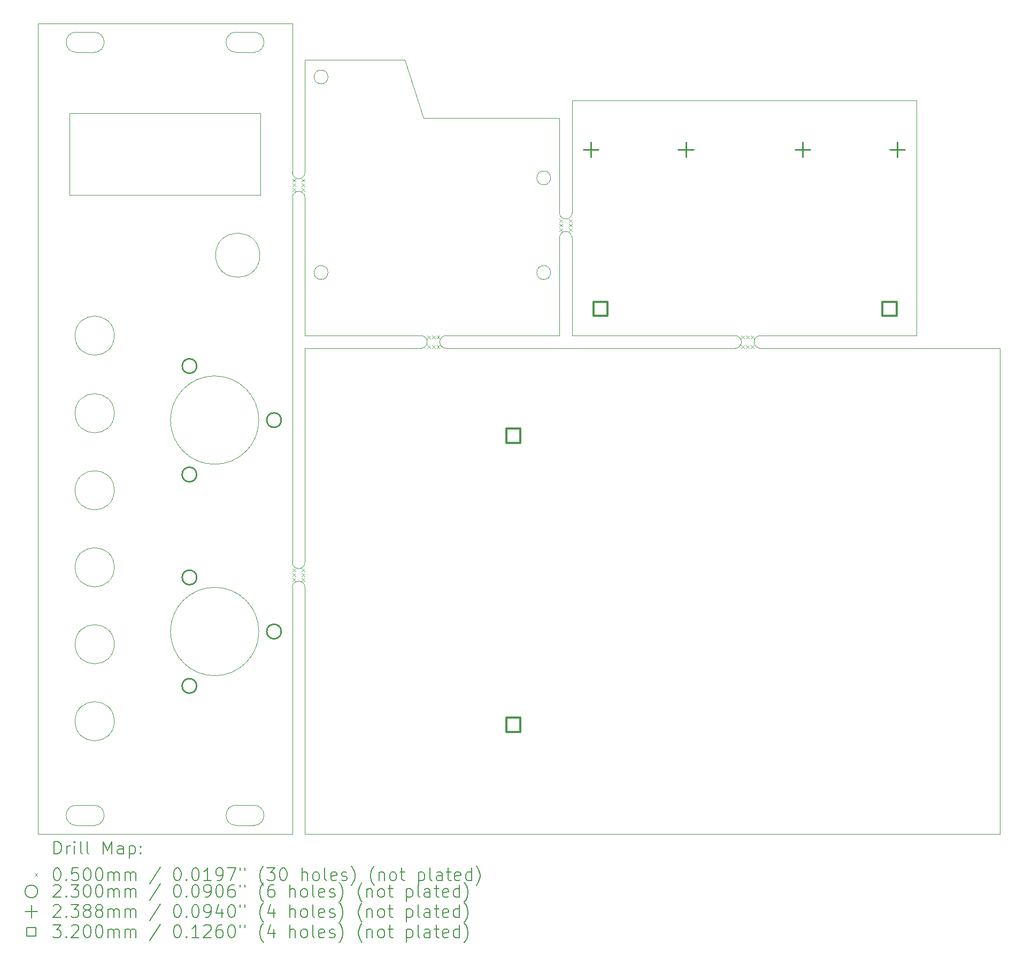
<source format=gbr>
%TF.GenerationSoftware,KiCad,Pcbnew,9.0.0*%
%TF.CreationDate,2025-03-14T23:23:06+09:00*%
%TF.ProjectId,cv-depot,63762d64-6570-46f7-942e-6b696361645f,rev?*%
%TF.SameCoordinates,Original*%
%TF.FileFunction,Drillmap*%
%TF.FilePolarity,Positive*%
%FSLAX45Y45*%
G04 Gerber Fmt 4.5, Leading zero omitted, Abs format (unit mm)*
G04 Created by KiCad (PCBNEW 9.0.0) date 2025-03-14 23:23:06*
%MOMM*%
%LPD*%
G01*
G04 APERTURE LIST*
%ADD10C,0.050000*%
%ADD11C,0.200000*%
%ADD12C,0.100000*%
%ADD13C,0.230000*%
%ADD14C,0.238760*%
%ADD15C,0.320000*%
G04 APERTURE END LIST*
D10*
X4675000Y-15160000D02*
G75*
G02*
X4675000Y-14840000I0J160000D01*
G01*
X2425000Y-2590000D02*
G75*
G02*
X2425000Y-2910000I0J-160000D01*
G01*
X9655000Y-4900000D02*
G75*
G02*
X9435000Y-4900000I-110000J0D01*
G01*
X9435000Y-4900000D02*
G75*
G02*
X9655000Y-4900000I110000J0D01*
G01*
X9795000Y-3950000D02*
X7645000Y-3950000D01*
X4675000Y-15160000D02*
X4955000Y-15160000D01*
X5565000Y-11391000D02*
G75*
G02*
X5765000Y-11391000I100000J0D01*
G01*
X9995000Y-5449995D02*
G75*
G02*
X9795000Y-5449995I-100000J0D01*
G01*
X2145000Y-15160000D02*
G75*
G02*
X2145000Y-14840000I0J160000D01*
G01*
X8000000Y-7600000D02*
G75*
G02*
X8000000Y-7400000I0J100000D01*
G01*
X5565000Y-5214000D02*
G75*
G02*
X5765019Y-5214000I100010J0D01*
G01*
X5765000Y-15300000D02*
X16765000Y-15300000D01*
X9995000Y-5449995D02*
X9995000Y-3675000D01*
X5765000Y-15300000D02*
X5765000Y-11391000D01*
X5765000Y-7400000D02*
X7600000Y-7400000D01*
X2145000Y-2910000D02*
G75*
G02*
X2145000Y-2590000I0J160000D01*
G01*
X5765000Y-10991000D02*
X5765000Y-7600000D01*
X1535000Y-2450000D02*
X5565000Y-2450000D01*
X4675000Y-2910000D02*
G75*
G02*
X4675000Y-2590000I0J160000D01*
G01*
X15445000Y-7400000D02*
X12975000Y-7400000D01*
X9795000Y-7400000D02*
X8000000Y-7400000D01*
X2145000Y-2910000D02*
X2425000Y-2910000D01*
X4675000Y-2910000D02*
X4955000Y-2910000D01*
X5765000Y-3025000D02*
X5765000Y-4813500D01*
X6130000Y-3300000D02*
G75*
G02*
X5910000Y-3300000I-110000J0D01*
G01*
X5910000Y-3300000D02*
G75*
G02*
X6130000Y-3300000I110000J0D01*
G01*
X7345000Y-3025000D02*
X5765000Y-3025000D01*
X5765000Y-4813500D02*
G75*
G02*
X5565000Y-4813500I-100000J0D01*
G01*
X8000000Y-7600000D02*
X12575000Y-7600000D01*
X7600000Y-7400000D02*
G75*
G02*
X7600000Y-7600000I0J-100000D01*
G01*
X5765000Y-10991000D02*
G75*
G02*
X5565000Y-10991000I-100000J0D01*
G01*
X5765000Y-7600000D02*
X7600000Y-7600000D01*
X2145000Y-15160000D02*
X2425000Y-15160000D01*
X15445000Y-7400000D02*
X15445000Y-3675000D01*
X9795000Y-5850000D02*
G75*
G02*
X9995000Y-5850000I100000J0D01*
G01*
X15445000Y-3675000D02*
X9995000Y-3675000D01*
X4955000Y-2590000D02*
G75*
G02*
X4955000Y-2910000I0J-160000D01*
G01*
X7645000Y-3950000D02*
X7345000Y-3025000D01*
X16765000Y-7600000D02*
X12975000Y-7600000D01*
X12575000Y-7400000D02*
G75*
G02*
X12575000Y-7600000I0J-100000D01*
G01*
X2145000Y-14840000D02*
X2425000Y-14840000D01*
X9795000Y-7400000D02*
X9795000Y-5850000D01*
X2145000Y-2590000D02*
X2425000Y-2590000D01*
X1535000Y-15300000D02*
X1535000Y-2450000D01*
X12975000Y-7600000D02*
G75*
G02*
X12975000Y-7400000I0J100000D01*
G01*
X6130000Y-6400000D02*
G75*
G02*
X5910000Y-6400000I-110000J0D01*
G01*
X5910000Y-6400000D02*
G75*
G02*
X6130000Y-6400000I110000J0D01*
G01*
X5765019Y-5214000D02*
X5765000Y-7400000D01*
X4675000Y-14840000D02*
X4955000Y-14840000D01*
X9655000Y-6400000D02*
G75*
G02*
X9435000Y-6400000I-110000J0D01*
G01*
X9435000Y-6400000D02*
G75*
G02*
X9655000Y-6400000I110000J0D01*
G01*
X9995000Y-7400000D02*
X9995000Y-5850000D01*
X4675000Y-2590000D02*
X4955000Y-2590000D01*
X16765000Y-15300000D02*
X16765000Y-7600000D01*
X5565000Y-2450000D02*
X5565000Y-4813500D01*
X2425000Y-14840000D02*
G75*
G02*
X2425000Y-15160000I0J-160000D01*
G01*
X4955000Y-14840000D02*
G75*
G02*
X4955000Y-15160000I0J-160000D01*
G01*
X9995000Y-7400000D02*
X12575000Y-7400000D01*
X5565000Y-15300000D02*
X1535000Y-15300000D01*
X5565000Y-15300000D02*
X5565000Y-11391000D01*
X5565000Y-10991000D02*
X5565000Y-5214000D01*
X9795000Y-3950000D02*
X9795000Y-5449995D01*
X2745237Y-13510000D02*
G75*
G02*
X2125237Y-13510000I-310000J0D01*
G01*
X2125237Y-13510000D02*
G75*
G02*
X2745237Y-13510000I310000J0D01*
G01*
X5035200Y-8738050D02*
G75*
G02*
X3635200Y-8738050I-700000J0D01*
G01*
X3635200Y-8738050D02*
G75*
G02*
X5035200Y-8738050I700000J0D01*
G01*
X2038000Y-5175000D02*
X5060000Y-5175000D01*
X5060000Y-3875000D01*
X2038000Y-3875000D01*
X2038000Y-5175000D01*
X2745237Y-11070000D02*
G75*
G02*
X2125237Y-11070000I-310000J0D01*
G01*
X2125237Y-11070000D02*
G75*
G02*
X2745237Y-11070000I310000J0D01*
G01*
X2745237Y-8630000D02*
G75*
G02*
X2125237Y-8630000I-310000J0D01*
G01*
X2125237Y-8630000D02*
G75*
G02*
X2745237Y-8630000I310000J0D01*
G01*
X2745237Y-7400000D02*
G75*
G02*
X2125237Y-7400000I-310000J0D01*
G01*
X2125237Y-7400000D02*
G75*
G02*
X2745237Y-7400000I310000J0D01*
G01*
X2745237Y-12290000D02*
G75*
G02*
X2125237Y-12290000I-310000J0D01*
G01*
X2125237Y-12290000D02*
G75*
G02*
X2745237Y-12290000I310000J0D01*
G01*
X5050000Y-6125000D02*
G75*
G02*
X4350000Y-6125000I-350000J0D01*
G01*
X4350000Y-6125000D02*
G75*
G02*
X5050000Y-6125000I350000J0D01*
G01*
X2745237Y-9850000D02*
G75*
G02*
X2125237Y-9850000I-310000J0D01*
G01*
X2125237Y-9850000D02*
G75*
G02*
X2745237Y-9850000I310000J0D01*
G01*
X5035200Y-12088050D02*
G75*
G02*
X3635200Y-12088050I-700000J0D01*
G01*
X3635200Y-12088050D02*
G75*
G02*
X5035200Y-12088050I700000J0D01*
G01*
D11*
D12*
X5565000Y-4913820D02*
X5615000Y-4963820D01*
X5615000Y-4913820D02*
X5565000Y-4963820D01*
X5565000Y-4988820D02*
X5615000Y-5038820D01*
X5615000Y-4988820D02*
X5565000Y-5038820D01*
X5565000Y-5063820D02*
X5615000Y-5113820D01*
X5615000Y-5063820D02*
X5565000Y-5113820D01*
X5565000Y-11090831D02*
X5615000Y-11140831D01*
X5615000Y-11090831D02*
X5565000Y-11140831D01*
X5565000Y-11165831D02*
X5615000Y-11215830D01*
X5615000Y-11165831D02*
X5565000Y-11215830D01*
X5565000Y-11240830D02*
X5615000Y-11290830D01*
X5615000Y-11240830D02*
X5565000Y-11290830D01*
X5715000Y-4913820D02*
X5765000Y-4963820D01*
X5765000Y-4913820D02*
X5715000Y-4963820D01*
X5715000Y-4988820D02*
X5765000Y-5038820D01*
X5765000Y-4988820D02*
X5715000Y-5038820D01*
X5715000Y-5063820D02*
X5765000Y-5113820D01*
X5765000Y-5063820D02*
X5715000Y-5113820D01*
X5715000Y-11090831D02*
X5765000Y-11140831D01*
X5765000Y-11090831D02*
X5715000Y-11140831D01*
X5715000Y-11165831D02*
X5765000Y-11215830D01*
X5765000Y-11165831D02*
X5715000Y-11215830D01*
X5715000Y-11240830D02*
X5765000Y-11290830D01*
X5765000Y-11240830D02*
X5715000Y-11290830D01*
X7700000Y-7400000D02*
X7750000Y-7450000D01*
X7750000Y-7400000D02*
X7700000Y-7450000D01*
X7700000Y-7550000D02*
X7750000Y-7600000D01*
X7750000Y-7550000D02*
X7700000Y-7600000D01*
X7775000Y-7400000D02*
X7825000Y-7450000D01*
X7825000Y-7400000D02*
X7775000Y-7450000D01*
X7775000Y-7550000D02*
X7825000Y-7600000D01*
X7825000Y-7550000D02*
X7775000Y-7600000D01*
X7850000Y-7400000D02*
X7900000Y-7450000D01*
X7900000Y-7400000D02*
X7850000Y-7450000D01*
X7850000Y-7550000D02*
X7900000Y-7600000D01*
X7900000Y-7550000D02*
X7850000Y-7600000D01*
X9795000Y-5550000D02*
X9845000Y-5600000D01*
X9845000Y-5550000D02*
X9795000Y-5600000D01*
X9795000Y-5625000D02*
X9845000Y-5675000D01*
X9845000Y-5625000D02*
X9795000Y-5675000D01*
X9795000Y-5700000D02*
X9845000Y-5750000D01*
X9845000Y-5700000D02*
X9795000Y-5750000D01*
X9945000Y-5550000D02*
X9995000Y-5600000D01*
X9995000Y-5550000D02*
X9945000Y-5600000D01*
X9945000Y-5625000D02*
X9995000Y-5675000D01*
X9995000Y-5625000D02*
X9945000Y-5675000D01*
X9945000Y-5700000D02*
X9995000Y-5750000D01*
X9995000Y-5700000D02*
X9945000Y-5750000D01*
X12675000Y-7400000D02*
X12725000Y-7450000D01*
X12725000Y-7400000D02*
X12675000Y-7450000D01*
X12675000Y-7550000D02*
X12725000Y-7600000D01*
X12725000Y-7550000D02*
X12675000Y-7600000D01*
X12750000Y-7400000D02*
X12800000Y-7450000D01*
X12800000Y-7400000D02*
X12750000Y-7450000D01*
X12750000Y-7550000D02*
X12800000Y-7600000D01*
X12800000Y-7550000D02*
X12750000Y-7600000D01*
X12825000Y-7400000D02*
X12875000Y-7450000D01*
X12875000Y-7400000D02*
X12825000Y-7450000D01*
X12825000Y-7550000D02*
X12875000Y-7600000D01*
X12875000Y-7550000D02*
X12825000Y-7600000D01*
D13*
X4049363Y-9600000D02*
G75*
G02*
X3819363Y-9600000I-115000J0D01*
G01*
X3819363Y-9600000D02*
G75*
G02*
X4049363Y-9600000I115000J0D01*
G01*
X4049363Y-12950000D02*
G75*
G02*
X3819363Y-12950000I-115000J0D01*
G01*
X3819363Y-12950000D02*
G75*
G02*
X4049363Y-12950000I115000J0D01*
G01*
X4051163Y-7881465D02*
G75*
G02*
X3821163Y-7881465I-115000J0D01*
G01*
X3821163Y-7881465D02*
G75*
G02*
X4051163Y-7881465I115000J0D01*
G01*
X4051163Y-11231465D02*
G75*
G02*
X3821163Y-11231465I-115000J0D01*
G01*
X3821163Y-11231465D02*
G75*
G02*
X4051163Y-11231465I115000J0D01*
G01*
X5390000Y-8738050D02*
G75*
G02*
X5160000Y-8738050I-115000J0D01*
G01*
X5160000Y-8738050D02*
G75*
G02*
X5390000Y-8738050I115000J0D01*
G01*
X5390000Y-12088050D02*
G75*
G02*
X5160000Y-12088050I-115000J0D01*
G01*
X5160000Y-12088050D02*
G75*
G02*
X5390000Y-12088050I115000J0D01*
G01*
D14*
X10295000Y-4330620D02*
X10295000Y-4569380D01*
X10175620Y-4450000D02*
X10414380Y-4450000D01*
X11795000Y-4330620D02*
X11795000Y-4569380D01*
X11675620Y-4450000D02*
X11914380Y-4450000D01*
X13645000Y-4330620D02*
X13645000Y-4569380D01*
X13525620Y-4450000D02*
X13764380Y-4450000D01*
X15145000Y-4330620D02*
X15145000Y-4569380D01*
X15025620Y-4450000D02*
X15264380Y-4450000D01*
D15*
X9178138Y-9101188D02*
X9178138Y-8874912D01*
X8951862Y-8874912D01*
X8951862Y-9101188D01*
X9178138Y-9101188D01*
X9178138Y-13676188D02*
X9178138Y-13449912D01*
X8951862Y-13449912D01*
X8951862Y-13676188D01*
X9178138Y-13676188D01*
X10558138Y-7088138D02*
X10558138Y-6861862D01*
X10331862Y-6861862D01*
X10331862Y-7088138D01*
X10558138Y-7088138D01*
X15133138Y-7088138D02*
X15133138Y-6861862D01*
X14906862Y-6861862D01*
X14906862Y-7088138D01*
X15133138Y-7088138D01*
D11*
X1793277Y-15613984D02*
X1793277Y-15413984D01*
X1793277Y-15413984D02*
X1840896Y-15413984D01*
X1840896Y-15413984D02*
X1869467Y-15423508D01*
X1869467Y-15423508D02*
X1888515Y-15442555D01*
X1888515Y-15442555D02*
X1898039Y-15461603D01*
X1898039Y-15461603D02*
X1907562Y-15499698D01*
X1907562Y-15499698D02*
X1907562Y-15528269D01*
X1907562Y-15528269D02*
X1898039Y-15566365D01*
X1898039Y-15566365D02*
X1888515Y-15585412D01*
X1888515Y-15585412D02*
X1869467Y-15604460D01*
X1869467Y-15604460D02*
X1840896Y-15613984D01*
X1840896Y-15613984D02*
X1793277Y-15613984D01*
X1993277Y-15613984D02*
X1993277Y-15480650D01*
X1993277Y-15518746D02*
X2002801Y-15499698D01*
X2002801Y-15499698D02*
X2012324Y-15490174D01*
X2012324Y-15490174D02*
X2031372Y-15480650D01*
X2031372Y-15480650D02*
X2050420Y-15480650D01*
X2117086Y-15613984D02*
X2117086Y-15480650D01*
X2117086Y-15413984D02*
X2107563Y-15423508D01*
X2107563Y-15423508D02*
X2117086Y-15433031D01*
X2117086Y-15433031D02*
X2126610Y-15423508D01*
X2126610Y-15423508D02*
X2117086Y-15413984D01*
X2117086Y-15413984D02*
X2117086Y-15433031D01*
X2240896Y-15613984D02*
X2221848Y-15604460D01*
X2221848Y-15604460D02*
X2212324Y-15585412D01*
X2212324Y-15585412D02*
X2212324Y-15413984D01*
X2345658Y-15613984D02*
X2326610Y-15604460D01*
X2326610Y-15604460D02*
X2317086Y-15585412D01*
X2317086Y-15585412D02*
X2317086Y-15413984D01*
X2574229Y-15613984D02*
X2574229Y-15413984D01*
X2574229Y-15413984D02*
X2640896Y-15556841D01*
X2640896Y-15556841D02*
X2707563Y-15413984D01*
X2707563Y-15413984D02*
X2707563Y-15613984D01*
X2888515Y-15613984D02*
X2888515Y-15509222D01*
X2888515Y-15509222D02*
X2878991Y-15490174D01*
X2878991Y-15490174D02*
X2859943Y-15480650D01*
X2859943Y-15480650D02*
X2821848Y-15480650D01*
X2821848Y-15480650D02*
X2802801Y-15490174D01*
X2888515Y-15604460D02*
X2869467Y-15613984D01*
X2869467Y-15613984D02*
X2821848Y-15613984D01*
X2821848Y-15613984D02*
X2802801Y-15604460D01*
X2802801Y-15604460D02*
X2793277Y-15585412D01*
X2793277Y-15585412D02*
X2793277Y-15566365D01*
X2793277Y-15566365D02*
X2802801Y-15547317D01*
X2802801Y-15547317D02*
X2821848Y-15537793D01*
X2821848Y-15537793D02*
X2869467Y-15537793D01*
X2869467Y-15537793D02*
X2888515Y-15528269D01*
X2983753Y-15480650D02*
X2983753Y-15680650D01*
X2983753Y-15490174D02*
X3002801Y-15480650D01*
X3002801Y-15480650D02*
X3040896Y-15480650D01*
X3040896Y-15480650D02*
X3059943Y-15490174D01*
X3059943Y-15490174D02*
X3069467Y-15499698D01*
X3069467Y-15499698D02*
X3078991Y-15518746D01*
X3078991Y-15518746D02*
X3078991Y-15575888D01*
X3078991Y-15575888D02*
X3069467Y-15594936D01*
X3069467Y-15594936D02*
X3059943Y-15604460D01*
X3059943Y-15604460D02*
X3040896Y-15613984D01*
X3040896Y-15613984D02*
X3002801Y-15613984D01*
X3002801Y-15613984D02*
X2983753Y-15604460D01*
X3164705Y-15594936D02*
X3174229Y-15604460D01*
X3174229Y-15604460D02*
X3164705Y-15613984D01*
X3164705Y-15613984D02*
X3155182Y-15604460D01*
X3155182Y-15604460D02*
X3164705Y-15594936D01*
X3164705Y-15594936D02*
X3164705Y-15613984D01*
X3164705Y-15490174D02*
X3174229Y-15499698D01*
X3174229Y-15499698D02*
X3164705Y-15509222D01*
X3164705Y-15509222D02*
X3155182Y-15499698D01*
X3155182Y-15499698D02*
X3164705Y-15490174D01*
X3164705Y-15490174D02*
X3164705Y-15509222D01*
D12*
X1482500Y-15917500D02*
X1532500Y-15967500D01*
X1532500Y-15917500D02*
X1482500Y-15967500D01*
D11*
X1831372Y-15833984D02*
X1850420Y-15833984D01*
X1850420Y-15833984D02*
X1869467Y-15843508D01*
X1869467Y-15843508D02*
X1878991Y-15853031D01*
X1878991Y-15853031D02*
X1888515Y-15872079D01*
X1888515Y-15872079D02*
X1898039Y-15910174D01*
X1898039Y-15910174D02*
X1898039Y-15957793D01*
X1898039Y-15957793D02*
X1888515Y-15995888D01*
X1888515Y-15995888D02*
X1878991Y-16014936D01*
X1878991Y-16014936D02*
X1869467Y-16024460D01*
X1869467Y-16024460D02*
X1850420Y-16033984D01*
X1850420Y-16033984D02*
X1831372Y-16033984D01*
X1831372Y-16033984D02*
X1812324Y-16024460D01*
X1812324Y-16024460D02*
X1802801Y-16014936D01*
X1802801Y-16014936D02*
X1793277Y-15995888D01*
X1793277Y-15995888D02*
X1783753Y-15957793D01*
X1783753Y-15957793D02*
X1783753Y-15910174D01*
X1783753Y-15910174D02*
X1793277Y-15872079D01*
X1793277Y-15872079D02*
X1802801Y-15853031D01*
X1802801Y-15853031D02*
X1812324Y-15843508D01*
X1812324Y-15843508D02*
X1831372Y-15833984D01*
X1983753Y-16014936D02*
X1993277Y-16024460D01*
X1993277Y-16024460D02*
X1983753Y-16033984D01*
X1983753Y-16033984D02*
X1974229Y-16024460D01*
X1974229Y-16024460D02*
X1983753Y-16014936D01*
X1983753Y-16014936D02*
X1983753Y-16033984D01*
X2174229Y-15833984D02*
X2078991Y-15833984D01*
X2078991Y-15833984D02*
X2069467Y-15929222D01*
X2069467Y-15929222D02*
X2078991Y-15919698D01*
X2078991Y-15919698D02*
X2098039Y-15910174D01*
X2098039Y-15910174D02*
X2145658Y-15910174D01*
X2145658Y-15910174D02*
X2164705Y-15919698D01*
X2164705Y-15919698D02*
X2174229Y-15929222D01*
X2174229Y-15929222D02*
X2183753Y-15948269D01*
X2183753Y-15948269D02*
X2183753Y-15995888D01*
X2183753Y-15995888D02*
X2174229Y-16014936D01*
X2174229Y-16014936D02*
X2164705Y-16024460D01*
X2164705Y-16024460D02*
X2145658Y-16033984D01*
X2145658Y-16033984D02*
X2098039Y-16033984D01*
X2098039Y-16033984D02*
X2078991Y-16024460D01*
X2078991Y-16024460D02*
X2069467Y-16014936D01*
X2307563Y-15833984D02*
X2326610Y-15833984D01*
X2326610Y-15833984D02*
X2345658Y-15843508D01*
X2345658Y-15843508D02*
X2355182Y-15853031D01*
X2355182Y-15853031D02*
X2364705Y-15872079D01*
X2364705Y-15872079D02*
X2374229Y-15910174D01*
X2374229Y-15910174D02*
X2374229Y-15957793D01*
X2374229Y-15957793D02*
X2364705Y-15995888D01*
X2364705Y-15995888D02*
X2355182Y-16014936D01*
X2355182Y-16014936D02*
X2345658Y-16024460D01*
X2345658Y-16024460D02*
X2326610Y-16033984D01*
X2326610Y-16033984D02*
X2307563Y-16033984D01*
X2307563Y-16033984D02*
X2288515Y-16024460D01*
X2288515Y-16024460D02*
X2278991Y-16014936D01*
X2278991Y-16014936D02*
X2269467Y-15995888D01*
X2269467Y-15995888D02*
X2259944Y-15957793D01*
X2259944Y-15957793D02*
X2259944Y-15910174D01*
X2259944Y-15910174D02*
X2269467Y-15872079D01*
X2269467Y-15872079D02*
X2278991Y-15853031D01*
X2278991Y-15853031D02*
X2288515Y-15843508D01*
X2288515Y-15843508D02*
X2307563Y-15833984D01*
X2498039Y-15833984D02*
X2517086Y-15833984D01*
X2517086Y-15833984D02*
X2536134Y-15843508D01*
X2536134Y-15843508D02*
X2545658Y-15853031D01*
X2545658Y-15853031D02*
X2555182Y-15872079D01*
X2555182Y-15872079D02*
X2564705Y-15910174D01*
X2564705Y-15910174D02*
X2564705Y-15957793D01*
X2564705Y-15957793D02*
X2555182Y-15995888D01*
X2555182Y-15995888D02*
X2545658Y-16014936D01*
X2545658Y-16014936D02*
X2536134Y-16024460D01*
X2536134Y-16024460D02*
X2517086Y-16033984D01*
X2517086Y-16033984D02*
X2498039Y-16033984D01*
X2498039Y-16033984D02*
X2478991Y-16024460D01*
X2478991Y-16024460D02*
X2469467Y-16014936D01*
X2469467Y-16014936D02*
X2459944Y-15995888D01*
X2459944Y-15995888D02*
X2450420Y-15957793D01*
X2450420Y-15957793D02*
X2450420Y-15910174D01*
X2450420Y-15910174D02*
X2459944Y-15872079D01*
X2459944Y-15872079D02*
X2469467Y-15853031D01*
X2469467Y-15853031D02*
X2478991Y-15843508D01*
X2478991Y-15843508D02*
X2498039Y-15833984D01*
X2650420Y-16033984D02*
X2650420Y-15900650D01*
X2650420Y-15919698D02*
X2659944Y-15910174D01*
X2659944Y-15910174D02*
X2678991Y-15900650D01*
X2678991Y-15900650D02*
X2707563Y-15900650D01*
X2707563Y-15900650D02*
X2726610Y-15910174D01*
X2726610Y-15910174D02*
X2736134Y-15929222D01*
X2736134Y-15929222D02*
X2736134Y-16033984D01*
X2736134Y-15929222D02*
X2745658Y-15910174D01*
X2745658Y-15910174D02*
X2764705Y-15900650D01*
X2764705Y-15900650D02*
X2793277Y-15900650D01*
X2793277Y-15900650D02*
X2812324Y-15910174D01*
X2812324Y-15910174D02*
X2821848Y-15929222D01*
X2821848Y-15929222D02*
X2821848Y-16033984D01*
X2917086Y-16033984D02*
X2917086Y-15900650D01*
X2917086Y-15919698D02*
X2926610Y-15910174D01*
X2926610Y-15910174D02*
X2945658Y-15900650D01*
X2945658Y-15900650D02*
X2974229Y-15900650D01*
X2974229Y-15900650D02*
X2993277Y-15910174D01*
X2993277Y-15910174D02*
X3002801Y-15929222D01*
X3002801Y-15929222D02*
X3002801Y-16033984D01*
X3002801Y-15929222D02*
X3012324Y-15910174D01*
X3012324Y-15910174D02*
X3031372Y-15900650D01*
X3031372Y-15900650D02*
X3059943Y-15900650D01*
X3059943Y-15900650D02*
X3078991Y-15910174D01*
X3078991Y-15910174D02*
X3088515Y-15929222D01*
X3088515Y-15929222D02*
X3088515Y-16033984D01*
X3478991Y-15824460D02*
X3307563Y-16081603D01*
X3736134Y-15833984D02*
X3755182Y-15833984D01*
X3755182Y-15833984D02*
X3774229Y-15843508D01*
X3774229Y-15843508D02*
X3783753Y-15853031D01*
X3783753Y-15853031D02*
X3793277Y-15872079D01*
X3793277Y-15872079D02*
X3802801Y-15910174D01*
X3802801Y-15910174D02*
X3802801Y-15957793D01*
X3802801Y-15957793D02*
X3793277Y-15995888D01*
X3793277Y-15995888D02*
X3783753Y-16014936D01*
X3783753Y-16014936D02*
X3774229Y-16024460D01*
X3774229Y-16024460D02*
X3755182Y-16033984D01*
X3755182Y-16033984D02*
X3736134Y-16033984D01*
X3736134Y-16033984D02*
X3717086Y-16024460D01*
X3717086Y-16024460D02*
X3707563Y-16014936D01*
X3707563Y-16014936D02*
X3698039Y-15995888D01*
X3698039Y-15995888D02*
X3688515Y-15957793D01*
X3688515Y-15957793D02*
X3688515Y-15910174D01*
X3688515Y-15910174D02*
X3698039Y-15872079D01*
X3698039Y-15872079D02*
X3707563Y-15853031D01*
X3707563Y-15853031D02*
X3717086Y-15843508D01*
X3717086Y-15843508D02*
X3736134Y-15833984D01*
X3888515Y-16014936D02*
X3898039Y-16024460D01*
X3898039Y-16024460D02*
X3888515Y-16033984D01*
X3888515Y-16033984D02*
X3878991Y-16024460D01*
X3878991Y-16024460D02*
X3888515Y-16014936D01*
X3888515Y-16014936D02*
X3888515Y-16033984D01*
X4021848Y-15833984D02*
X4040896Y-15833984D01*
X4040896Y-15833984D02*
X4059944Y-15843508D01*
X4059944Y-15843508D02*
X4069467Y-15853031D01*
X4069467Y-15853031D02*
X4078991Y-15872079D01*
X4078991Y-15872079D02*
X4088515Y-15910174D01*
X4088515Y-15910174D02*
X4088515Y-15957793D01*
X4088515Y-15957793D02*
X4078991Y-15995888D01*
X4078991Y-15995888D02*
X4069467Y-16014936D01*
X4069467Y-16014936D02*
X4059944Y-16024460D01*
X4059944Y-16024460D02*
X4040896Y-16033984D01*
X4040896Y-16033984D02*
X4021848Y-16033984D01*
X4021848Y-16033984D02*
X4002801Y-16024460D01*
X4002801Y-16024460D02*
X3993277Y-16014936D01*
X3993277Y-16014936D02*
X3983753Y-15995888D01*
X3983753Y-15995888D02*
X3974229Y-15957793D01*
X3974229Y-15957793D02*
X3974229Y-15910174D01*
X3974229Y-15910174D02*
X3983753Y-15872079D01*
X3983753Y-15872079D02*
X3993277Y-15853031D01*
X3993277Y-15853031D02*
X4002801Y-15843508D01*
X4002801Y-15843508D02*
X4021848Y-15833984D01*
X4278991Y-16033984D02*
X4164706Y-16033984D01*
X4221848Y-16033984D02*
X4221848Y-15833984D01*
X4221848Y-15833984D02*
X4202801Y-15862555D01*
X4202801Y-15862555D02*
X4183753Y-15881603D01*
X4183753Y-15881603D02*
X4164706Y-15891127D01*
X4374229Y-16033984D02*
X4412325Y-16033984D01*
X4412325Y-16033984D02*
X4431372Y-16024460D01*
X4431372Y-16024460D02*
X4440896Y-16014936D01*
X4440896Y-16014936D02*
X4459944Y-15986365D01*
X4459944Y-15986365D02*
X4469468Y-15948269D01*
X4469468Y-15948269D02*
X4469468Y-15872079D01*
X4469468Y-15872079D02*
X4459944Y-15853031D01*
X4459944Y-15853031D02*
X4450420Y-15843508D01*
X4450420Y-15843508D02*
X4431372Y-15833984D01*
X4431372Y-15833984D02*
X4393277Y-15833984D01*
X4393277Y-15833984D02*
X4374229Y-15843508D01*
X4374229Y-15843508D02*
X4364706Y-15853031D01*
X4364706Y-15853031D02*
X4355182Y-15872079D01*
X4355182Y-15872079D02*
X4355182Y-15919698D01*
X4355182Y-15919698D02*
X4364706Y-15938746D01*
X4364706Y-15938746D02*
X4374229Y-15948269D01*
X4374229Y-15948269D02*
X4393277Y-15957793D01*
X4393277Y-15957793D02*
X4431372Y-15957793D01*
X4431372Y-15957793D02*
X4450420Y-15948269D01*
X4450420Y-15948269D02*
X4459944Y-15938746D01*
X4459944Y-15938746D02*
X4469468Y-15919698D01*
X4536134Y-15833984D02*
X4669468Y-15833984D01*
X4669468Y-15833984D02*
X4583753Y-16033984D01*
X4736134Y-15833984D02*
X4736134Y-15872079D01*
X4812325Y-15833984D02*
X4812325Y-15872079D01*
X5107563Y-16110174D02*
X5098039Y-16100650D01*
X5098039Y-16100650D02*
X5078991Y-16072079D01*
X5078991Y-16072079D02*
X5069468Y-16053031D01*
X5069468Y-16053031D02*
X5059944Y-16024460D01*
X5059944Y-16024460D02*
X5050420Y-15976841D01*
X5050420Y-15976841D02*
X5050420Y-15938746D01*
X5050420Y-15938746D02*
X5059944Y-15891127D01*
X5059944Y-15891127D02*
X5069468Y-15862555D01*
X5069468Y-15862555D02*
X5078991Y-15843508D01*
X5078991Y-15843508D02*
X5098039Y-15814936D01*
X5098039Y-15814936D02*
X5107563Y-15805412D01*
X5164706Y-15833984D02*
X5288515Y-15833984D01*
X5288515Y-15833984D02*
X5221849Y-15910174D01*
X5221849Y-15910174D02*
X5250420Y-15910174D01*
X5250420Y-15910174D02*
X5269468Y-15919698D01*
X5269468Y-15919698D02*
X5278991Y-15929222D01*
X5278991Y-15929222D02*
X5288515Y-15948269D01*
X5288515Y-15948269D02*
X5288515Y-15995888D01*
X5288515Y-15995888D02*
X5278991Y-16014936D01*
X5278991Y-16014936D02*
X5269468Y-16024460D01*
X5269468Y-16024460D02*
X5250420Y-16033984D01*
X5250420Y-16033984D02*
X5193277Y-16033984D01*
X5193277Y-16033984D02*
X5174230Y-16024460D01*
X5174230Y-16024460D02*
X5164706Y-16014936D01*
X5412325Y-15833984D02*
X5431372Y-15833984D01*
X5431372Y-15833984D02*
X5450420Y-15843508D01*
X5450420Y-15843508D02*
X5459944Y-15853031D01*
X5459944Y-15853031D02*
X5469468Y-15872079D01*
X5469468Y-15872079D02*
X5478991Y-15910174D01*
X5478991Y-15910174D02*
X5478991Y-15957793D01*
X5478991Y-15957793D02*
X5469468Y-15995888D01*
X5469468Y-15995888D02*
X5459944Y-16014936D01*
X5459944Y-16014936D02*
X5450420Y-16024460D01*
X5450420Y-16024460D02*
X5431372Y-16033984D01*
X5431372Y-16033984D02*
X5412325Y-16033984D01*
X5412325Y-16033984D02*
X5393277Y-16024460D01*
X5393277Y-16024460D02*
X5383753Y-16014936D01*
X5383753Y-16014936D02*
X5374230Y-15995888D01*
X5374230Y-15995888D02*
X5364706Y-15957793D01*
X5364706Y-15957793D02*
X5364706Y-15910174D01*
X5364706Y-15910174D02*
X5374230Y-15872079D01*
X5374230Y-15872079D02*
X5383753Y-15853031D01*
X5383753Y-15853031D02*
X5393277Y-15843508D01*
X5393277Y-15843508D02*
X5412325Y-15833984D01*
X5717087Y-16033984D02*
X5717087Y-15833984D01*
X5802801Y-16033984D02*
X5802801Y-15929222D01*
X5802801Y-15929222D02*
X5793277Y-15910174D01*
X5793277Y-15910174D02*
X5774230Y-15900650D01*
X5774230Y-15900650D02*
X5745658Y-15900650D01*
X5745658Y-15900650D02*
X5726610Y-15910174D01*
X5726610Y-15910174D02*
X5717087Y-15919698D01*
X5926610Y-16033984D02*
X5907563Y-16024460D01*
X5907563Y-16024460D02*
X5898039Y-16014936D01*
X5898039Y-16014936D02*
X5888515Y-15995888D01*
X5888515Y-15995888D02*
X5888515Y-15938746D01*
X5888515Y-15938746D02*
X5898039Y-15919698D01*
X5898039Y-15919698D02*
X5907563Y-15910174D01*
X5907563Y-15910174D02*
X5926610Y-15900650D01*
X5926610Y-15900650D02*
X5955182Y-15900650D01*
X5955182Y-15900650D02*
X5974230Y-15910174D01*
X5974230Y-15910174D02*
X5983753Y-15919698D01*
X5983753Y-15919698D02*
X5993277Y-15938746D01*
X5993277Y-15938746D02*
X5993277Y-15995888D01*
X5993277Y-15995888D02*
X5983753Y-16014936D01*
X5983753Y-16014936D02*
X5974230Y-16024460D01*
X5974230Y-16024460D02*
X5955182Y-16033984D01*
X5955182Y-16033984D02*
X5926610Y-16033984D01*
X6107563Y-16033984D02*
X6088515Y-16024460D01*
X6088515Y-16024460D02*
X6078991Y-16005412D01*
X6078991Y-16005412D02*
X6078991Y-15833984D01*
X6259944Y-16024460D02*
X6240896Y-16033984D01*
X6240896Y-16033984D02*
X6202801Y-16033984D01*
X6202801Y-16033984D02*
X6183753Y-16024460D01*
X6183753Y-16024460D02*
X6174230Y-16005412D01*
X6174230Y-16005412D02*
X6174230Y-15929222D01*
X6174230Y-15929222D02*
X6183753Y-15910174D01*
X6183753Y-15910174D02*
X6202801Y-15900650D01*
X6202801Y-15900650D02*
X6240896Y-15900650D01*
X6240896Y-15900650D02*
X6259944Y-15910174D01*
X6259944Y-15910174D02*
X6269468Y-15929222D01*
X6269468Y-15929222D02*
X6269468Y-15948269D01*
X6269468Y-15948269D02*
X6174230Y-15967317D01*
X6345658Y-16024460D02*
X6364706Y-16033984D01*
X6364706Y-16033984D02*
X6402801Y-16033984D01*
X6402801Y-16033984D02*
X6421849Y-16024460D01*
X6421849Y-16024460D02*
X6431372Y-16005412D01*
X6431372Y-16005412D02*
X6431372Y-15995888D01*
X6431372Y-15995888D02*
X6421849Y-15976841D01*
X6421849Y-15976841D02*
X6402801Y-15967317D01*
X6402801Y-15967317D02*
X6374230Y-15967317D01*
X6374230Y-15967317D02*
X6355182Y-15957793D01*
X6355182Y-15957793D02*
X6345658Y-15938746D01*
X6345658Y-15938746D02*
X6345658Y-15929222D01*
X6345658Y-15929222D02*
X6355182Y-15910174D01*
X6355182Y-15910174D02*
X6374230Y-15900650D01*
X6374230Y-15900650D02*
X6402801Y-15900650D01*
X6402801Y-15900650D02*
X6421849Y-15910174D01*
X6498039Y-16110174D02*
X6507563Y-16100650D01*
X6507563Y-16100650D02*
X6526611Y-16072079D01*
X6526611Y-16072079D02*
X6536134Y-16053031D01*
X6536134Y-16053031D02*
X6545658Y-16024460D01*
X6545658Y-16024460D02*
X6555182Y-15976841D01*
X6555182Y-15976841D02*
X6555182Y-15938746D01*
X6555182Y-15938746D02*
X6545658Y-15891127D01*
X6545658Y-15891127D02*
X6536134Y-15862555D01*
X6536134Y-15862555D02*
X6526611Y-15843508D01*
X6526611Y-15843508D02*
X6507563Y-15814936D01*
X6507563Y-15814936D02*
X6498039Y-15805412D01*
X6859944Y-16110174D02*
X6850420Y-16100650D01*
X6850420Y-16100650D02*
X6831372Y-16072079D01*
X6831372Y-16072079D02*
X6821849Y-16053031D01*
X6821849Y-16053031D02*
X6812325Y-16024460D01*
X6812325Y-16024460D02*
X6802801Y-15976841D01*
X6802801Y-15976841D02*
X6802801Y-15938746D01*
X6802801Y-15938746D02*
X6812325Y-15891127D01*
X6812325Y-15891127D02*
X6821849Y-15862555D01*
X6821849Y-15862555D02*
X6831372Y-15843508D01*
X6831372Y-15843508D02*
X6850420Y-15814936D01*
X6850420Y-15814936D02*
X6859944Y-15805412D01*
X6936134Y-15900650D02*
X6936134Y-16033984D01*
X6936134Y-15919698D02*
X6945658Y-15910174D01*
X6945658Y-15910174D02*
X6964706Y-15900650D01*
X6964706Y-15900650D02*
X6993277Y-15900650D01*
X6993277Y-15900650D02*
X7012325Y-15910174D01*
X7012325Y-15910174D02*
X7021849Y-15929222D01*
X7021849Y-15929222D02*
X7021849Y-16033984D01*
X7145658Y-16033984D02*
X7126611Y-16024460D01*
X7126611Y-16024460D02*
X7117087Y-16014936D01*
X7117087Y-16014936D02*
X7107563Y-15995888D01*
X7107563Y-15995888D02*
X7107563Y-15938746D01*
X7107563Y-15938746D02*
X7117087Y-15919698D01*
X7117087Y-15919698D02*
X7126611Y-15910174D01*
X7126611Y-15910174D02*
X7145658Y-15900650D01*
X7145658Y-15900650D02*
X7174230Y-15900650D01*
X7174230Y-15900650D02*
X7193277Y-15910174D01*
X7193277Y-15910174D02*
X7202801Y-15919698D01*
X7202801Y-15919698D02*
X7212325Y-15938746D01*
X7212325Y-15938746D02*
X7212325Y-15995888D01*
X7212325Y-15995888D02*
X7202801Y-16014936D01*
X7202801Y-16014936D02*
X7193277Y-16024460D01*
X7193277Y-16024460D02*
X7174230Y-16033984D01*
X7174230Y-16033984D02*
X7145658Y-16033984D01*
X7269468Y-15900650D02*
X7345658Y-15900650D01*
X7298039Y-15833984D02*
X7298039Y-16005412D01*
X7298039Y-16005412D02*
X7307563Y-16024460D01*
X7307563Y-16024460D02*
X7326611Y-16033984D01*
X7326611Y-16033984D02*
X7345658Y-16033984D01*
X7564706Y-15900650D02*
X7564706Y-16100650D01*
X7564706Y-15910174D02*
X7583753Y-15900650D01*
X7583753Y-15900650D02*
X7621849Y-15900650D01*
X7621849Y-15900650D02*
X7640896Y-15910174D01*
X7640896Y-15910174D02*
X7650420Y-15919698D01*
X7650420Y-15919698D02*
X7659944Y-15938746D01*
X7659944Y-15938746D02*
X7659944Y-15995888D01*
X7659944Y-15995888D02*
X7650420Y-16014936D01*
X7650420Y-16014936D02*
X7640896Y-16024460D01*
X7640896Y-16024460D02*
X7621849Y-16033984D01*
X7621849Y-16033984D02*
X7583753Y-16033984D01*
X7583753Y-16033984D02*
X7564706Y-16024460D01*
X7774230Y-16033984D02*
X7755182Y-16024460D01*
X7755182Y-16024460D02*
X7745658Y-16005412D01*
X7745658Y-16005412D02*
X7745658Y-15833984D01*
X7936134Y-16033984D02*
X7936134Y-15929222D01*
X7936134Y-15929222D02*
X7926611Y-15910174D01*
X7926611Y-15910174D02*
X7907563Y-15900650D01*
X7907563Y-15900650D02*
X7869468Y-15900650D01*
X7869468Y-15900650D02*
X7850420Y-15910174D01*
X7936134Y-16024460D02*
X7917087Y-16033984D01*
X7917087Y-16033984D02*
X7869468Y-16033984D01*
X7869468Y-16033984D02*
X7850420Y-16024460D01*
X7850420Y-16024460D02*
X7840896Y-16005412D01*
X7840896Y-16005412D02*
X7840896Y-15986365D01*
X7840896Y-15986365D02*
X7850420Y-15967317D01*
X7850420Y-15967317D02*
X7869468Y-15957793D01*
X7869468Y-15957793D02*
X7917087Y-15957793D01*
X7917087Y-15957793D02*
X7936134Y-15948269D01*
X8002801Y-15900650D02*
X8078992Y-15900650D01*
X8031373Y-15833984D02*
X8031373Y-16005412D01*
X8031373Y-16005412D02*
X8040896Y-16024460D01*
X8040896Y-16024460D02*
X8059944Y-16033984D01*
X8059944Y-16033984D02*
X8078992Y-16033984D01*
X8221849Y-16024460D02*
X8202801Y-16033984D01*
X8202801Y-16033984D02*
X8164706Y-16033984D01*
X8164706Y-16033984D02*
X8145658Y-16024460D01*
X8145658Y-16024460D02*
X8136134Y-16005412D01*
X8136134Y-16005412D02*
X8136134Y-15929222D01*
X8136134Y-15929222D02*
X8145658Y-15910174D01*
X8145658Y-15910174D02*
X8164706Y-15900650D01*
X8164706Y-15900650D02*
X8202801Y-15900650D01*
X8202801Y-15900650D02*
X8221849Y-15910174D01*
X8221849Y-15910174D02*
X8231373Y-15929222D01*
X8231373Y-15929222D02*
X8231373Y-15948269D01*
X8231373Y-15948269D02*
X8136134Y-15967317D01*
X8402801Y-16033984D02*
X8402801Y-15833984D01*
X8402801Y-16024460D02*
X8383754Y-16033984D01*
X8383754Y-16033984D02*
X8345658Y-16033984D01*
X8345658Y-16033984D02*
X8326611Y-16024460D01*
X8326611Y-16024460D02*
X8317087Y-16014936D01*
X8317087Y-16014936D02*
X8307563Y-15995888D01*
X8307563Y-15995888D02*
X8307563Y-15938746D01*
X8307563Y-15938746D02*
X8317087Y-15919698D01*
X8317087Y-15919698D02*
X8326611Y-15910174D01*
X8326611Y-15910174D02*
X8345658Y-15900650D01*
X8345658Y-15900650D02*
X8383754Y-15900650D01*
X8383754Y-15900650D02*
X8402801Y-15910174D01*
X8478992Y-16110174D02*
X8488516Y-16100650D01*
X8488516Y-16100650D02*
X8507563Y-16072079D01*
X8507563Y-16072079D02*
X8517087Y-16053031D01*
X8517087Y-16053031D02*
X8526611Y-16024460D01*
X8526611Y-16024460D02*
X8536135Y-15976841D01*
X8536135Y-15976841D02*
X8536135Y-15938746D01*
X8536135Y-15938746D02*
X8526611Y-15891127D01*
X8526611Y-15891127D02*
X8517087Y-15862555D01*
X8517087Y-15862555D02*
X8507563Y-15843508D01*
X8507563Y-15843508D02*
X8488516Y-15814936D01*
X8488516Y-15814936D02*
X8478992Y-15805412D01*
X1532500Y-16206500D02*
G75*
G02*
X1332500Y-16206500I-100000J0D01*
G01*
X1332500Y-16206500D02*
G75*
G02*
X1532500Y-16206500I100000J0D01*
G01*
X1783753Y-16117031D02*
X1793277Y-16107508D01*
X1793277Y-16107508D02*
X1812324Y-16097984D01*
X1812324Y-16097984D02*
X1859943Y-16097984D01*
X1859943Y-16097984D02*
X1878991Y-16107508D01*
X1878991Y-16107508D02*
X1888515Y-16117031D01*
X1888515Y-16117031D02*
X1898039Y-16136079D01*
X1898039Y-16136079D02*
X1898039Y-16155127D01*
X1898039Y-16155127D02*
X1888515Y-16183698D01*
X1888515Y-16183698D02*
X1774229Y-16297984D01*
X1774229Y-16297984D02*
X1898039Y-16297984D01*
X1983753Y-16278936D02*
X1993277Y-16288460D01*
X1993277Y-16288460D02*
X1983753Y-16297984D01*
X1983753Y-16297984D02*
X1974229Y-16288460D01*
X1974229Y-16288460D02*
X1983753Y-16278936D01*
X1983753Y-16278936D02*
X1983753Y-16297984D01*
X2059943Y-16097984D02*
X2183753Y-16097984D01*
X2183753Y-16097984D02*
X2117086Y-16174174D01*
X2117086Y-16174174D02*
X2145658Y-16174174D01*
X2145658Y-16174174D02*
X2164705Y-16183698D01*
X2164705Y-16183698D02*
X2174229Y-16193222D01*
X2174229Y-16193222D02*
X2183753Y-16212269D01*
X2183753Y-16212269D02*
X2183753Y-16259888D01*
X2183753Y-16259888D02*
X2174229Y-16278936D01*
X2174229Y-16278936D02*
X2164705Y-16288460D01*
X2164705Y-16288460D02*
X2145658Y-16297984D01*
X2145658Y-16297984D02*
X2088515Y-16297984D01*
X2088515Y-16297984D02*
X2069467Y-16288460D01*
X2069467Y-16288460D02*
X2059943Y-16278936D01*
X2307563Y-16097984D02*
X2326610Y-16097984D01*
X2326610Y-16097984D02*
X2345658Y-16107508D01*
X2345658Y-16107508D02*
X2355182Y-16117031D01*
X2355182Y-16117031D02*
X2364705Y-16136079D01*
X2364705Y-16136079D02*
X2374229Y-16174174D01*
X2374229Y-16174174D02*
X2374229Y-16221793D01*
X2374229Y-16221793D02*
X2364705Y-16259888D01*
X2364705Y-16259888D02*
X2355182Y-16278936D01*
X2355182Y-16278936D02*
X2345658Y-16288460D01*
X2345658Y-16288460D02*
X2326610Y-16297984D01*
X2326610Y-16297984D02*
X2307563Y-16297984D01*
X2307563Y-16297984D02*
X2288515Y-16288460D01*
X2288515Y-16288460D02*
X2278991Y-16278936D01*
X2278991Y-16278936D02*
X2269467Y-16259888D01*
X2269467Y-16259888D02*
X2259944Y-16221793D01*
X2259944Y-16221793D02*
X2259944Y-16174174D01*
X2259944Y-16174174D02*
X2269467Y-16136079D01*
X2269467Y-16136079D02*
X2278991Y-16117031D01*
X2278991Y-16117031D02*
X2288515Y-16107508D01*
X2288515Y-16107508D02*
X2307563Y-16097984D01*
X2498039Y-16097984D02*
X2517086Y-16097984D01*
X2517086Y-16097984D02*
X2536134Y-16107508D01*
X2536134Y-16107508D02*
X2545658Y-16117031D01*
X2545658Y-16117031D02*
X2555182Y-16136079D01*
X2555182Y-16136079D02*
X2564705Y-16174174D01*
X2564705Y-16174174D02*
X2564705Y-16221793D01*
X2564705Y-16221793D02*
X2555182Y-16259888D01*
X2555182Y-16259888D02*
X2545658Y-16278936D01*
X2545658Y-16278936D02*
X2536134Y-16288460D01*
X2536134Y-16288460D02*
X2517086Y-16297984D01*
X2517086Y-16297984D02*
X2498039Y-16297984D01*
X2498039Y-16297984D02*
X2478991Y-16288460D01*
X2478991Y-16288460D02*
X2469467Y-16278936D01*
X2469467Y-16278936D02*
X2459944Y-16259888D01*
X2459944Y-16259888D02*
X2450420Y-16221793D01*
X2450420Y-16221793D02*
X2450420Y-16174174D01*
X2450420Y-16174174D02*
X2459944Y-16136079D01*
X2459944Y-16136079D02*
X2469467Y-16117031D01*
X2469467Y-16117031D02*
X2478991Y-16107508D01*
X2478991Y-16107508D02*
X2498039Y-16097984D01*
X2650420Y-16297984D02*
X2650420Y-16164650D01*
X2650420Y-16183698D02*
X2659944Y-16174174D01*
X2659944Y-16174174D02*
X2678991Y-16164650D01*
X2678991Y-16164650D02*
X2707563Y-16164650D01*
X2707563Y-16164650D02*
X2726610Y-16174174D01*
X2726610Y-16174174D02*
X2736134Y-16193222D01*
X2736134Y-16193222D02*
X2736134Y-16297984D01*
X2736134Y-16193222D02*
X2745658Y-16174174D01*
X2745658Y-16174174D02*
X2764705Y-16164650D01*
X2764705Y-16164650D02*
X2793277Y-16164650D01*
X2793277Y-16164650D02*
X2812324Y-16174174D01*
X2812324Y-16174174D02*
X2821848Y-16193222D01*
X2821848Y-16193222D02*
X2821848Y-16297984D01*
X2917086Y-16297984D02*
X2917086Y-16164650D01*
X2917086Y-16183698D02*
X2926610Y-16174174D01*
X2926610Y-16174174D02*
X2945658Y-16164650D01*
X2945658Y-16164650D02*
X2974229Y-16164650D01*
X2974229Y-16164650D02*
X2993277Y-16174174D01*
X2993277Y-16174174D02*
X3002801Y-16193222D01*
X3002801Y-16193222D02*
X3002801Y-16297984D01*
X3002801Y-16193222D02*
X3012324Y-16174174D01*
X3012324Y-16174174D02*
X3031372Y-16164650D01*
X3031372Y-16164650D02*
X3059943Y-16164650D01*
X3059943Y-16164650D02*
X3078991Y-16174174D01*
X3078991Y-16174174D02*
X3088515Y-16193222D01*
X3088515Y-16193222D02*
X3088515Y-16297984D01*
X3478991Y-16088460D02*
X3307563Y-16345603D01*
X3736134Y-16097984D02*
X3755182Y-16097984D01*
X3755182Y-16097984D02*
X3774229Y-16107508D01*
X3774229Y-16107508D02*
X3783753Y-16117031D01*
X3783753Y-16117031D02*
X3793277Y-16136079D01*
X3793277Y-16136079D02*
X3802801Y-16174174D01*
X3802801Y-16174174D02*
X3802801Y-16221793D01*
X3802801Y-16221793D02*
X3793277Y-16259888D01*
X3793277Y-16259888D02*
X3783753Y-16278936D01*
X3783753Y-16278936D02*
X3774229Y-16288460D01*
X3774229Y-16288460D02*
X3755182Y-16297984D01*
X3755182Y-16297984D02*
X3736134Y-16297984D01*
X3736134Y-16297984D02*
X3717086Y-16288460D01*
X3717086Y-16288460D02*
X3707563Y-16278936D01*
X3707563Y-16278936D02*
X3698039Y-16259888D01*
X3698039Y-16259888D02*
X3688515Y-16221793D01*
X3688515Y-16221793D02*
X3688515Y-16174174D01*
X3688515Y-16174174D02*
X3698039Y-16136079D01*
X3698039Y-16136079D02*
X3707563Y-16117031D01*
X3707563Y-16117031D02*
X3717086Y-16107508D01*
X3717086Y-16107508D02*
X3736134Y-16097984D01*
X3888515Y-16278936D02*
X3898039Y-16288460D01*
X3898039Y-16288460D02*
X3888515Y-16297984D01*
X3888515Y-16297984D02*
X3878991Y-16288460D01*
X3878991Y-16288460D02*
X3888515Y-16278936D01*
X3888515Y-16278936D02*
X3888515Y-16297984D01*
X4021848Y-16097984D02*
X4040896Y-16097984D01*
X4040896Y-16097984D02*
X4059944Y-16107508D01*
X4059944Y-16107508D02*
X4069467Y-16117031D01*
X4069467Y-16117031D02*
X4078991Y-16136079D01*
X4078991Y-16136079D02*
X4088515Y-16174174D01*
X4088515Y-16174174D02*
X4088515Y-16221793D01*
X4088515Y-16221793D02*
X4078991Y-16259888D01*
X4078991Y-16259888D02*
X4069467Y-16278936D01*
X4069467Y-16278936D02*
X4059944Y-16288460D01*
X4059944Y-16288460D02*
X4040896Y-16297984D01*
X4040896Y-16297984D02*
X4021848Y-16297984D01*
X4021848Y-16297984D02*
X4002801Y-16288460D01*
X4002801Y-16288460D02*
X3993277Y-16278936D01*
X3993277Y-16278936D02*
X3983753Y-16259888D01*
X3983753Y-16259888D02*
X3974229Y-16221793D01*
X3974229Y-16221793D02*
X3974229Y-16174174D01*
X3974229Y-16174174D02*
X3983753Y-16136079D01*
X3983753Y-16136079D02*
X3993277Y-16117031D01*
X3993277Y-16117031D02*
X4002801Y-16107508D01*
X4002801Y-16107508D02*
X4021848Y-16097984D01*
X4183753Y-16297984D02*
X4221848Y-16297984D01*
X4221848Y-16297984D02*
X4240896Y-16288460D01*
X4240896Y-16288460D02*
X4250420Y-16278936D01*
X4250420Y-16278936D02*
X4269468Y-16250365D01*
X4269468Y-16250365D02*
X4278991Y-16212269D01*
X4278991Y-16212269D02*
X4278991Y-16136079D01*
X4278991Y-16136079D02*
X4269468Y-16117031D01*
X4269468Y-16117031D02*
X4259944Y-16107508D01*
X4259944Y-16107508D02*
X4240896Y-16097984D01*
X4240896Y-16097984D02*
X4202801Y-16097984D01*
X4202801Y-16097984D02*
X4183753Y-16107508D01*
X4183753Y-16107508D02*
X4174229Y-16117031D01*
X4174229Y-16117031D02*
X4164706Y-16136079D01*
X4164706Y-16136079D02*
X4164706Y-16183698D01*
X4164706Y-16183698D02*
X4174229Y-16202746D01*
X4174229Y-16202746D02*
X4183753Y-16212269D01*
X4183753Y-16212269D02*
X4202801Y-16221793D01*
X4202801Y-16221793D02*
X4240896Y-16221793D01*
X4240896Y-16221793D02*
X4259944Y-16212269D01*
X4259944Y-16212269D02*
X4269468Y-16202746D01*
X4269468Y-16202746D02*
X4278991Y-16183698D01*
X4402801Y-16097984D02*
X4421849Y-16097984D01*
X4421849Y-16097984D02*
X4440896Y-16107508D01*
X4440896Y-16107508D02*
X4450420Y-16117031D01*
X4450420Y-16117031D02*
X4459944Y-16136079D01*
X4459944Y-16136079D02*
X4469468Y-16174174D01*
X4469468Y-16174174D02*
X4469468Y-16221793D01*
X4469468Y-16221793D02*
X4459944Y-16259888D01*
X4459944Y-16259888D02*
X4450420Y-16278936D01*
X4450420Y-16278936D02*
X4440896Y-16288460D01*
X4440896Y-16288460D02*
X4421849Y-16297984D01*
X4421849Y-16297984D02*
X4402801Y-16297984D01*
X4402801Y-16297984D02*
X4383753Y-16288460D01*
X4383753Y-16288460D02*
X4374229Y-16278936D01*
X4374229Y-16278936D02*
X4364706Y-16259888D01*
X4364706Y-16259888D02*
X4355182Y-16221793D01*
X4355182Y-16221793D02*
X4355182Y-16174174D01*
X4355182Y-16174174D02*
X4364706Y-16136079D01*
X4364706Y-16136079D02*
X4374229Y-16117031D01*
X4374229Y-16117031D02*
X4383753Y-16107508D01*
X4383753Y-16107508D02*
X4402801Y-16097984D01*
X4640896Y-16097984D02*
X4602801Y-16097984D01*
X4602801Y-16097984D02*
X4583753Y-16107508D01*
X4583753Y-16107508D02*
X4574229Y-16117031D01*
X4574229Y-16117031D02*
X4555182Y-16145603D01*
X4555182Y-16145603D02*
X4545658Y-16183698D01*
X4545658Y-16183698D02*
X4545658Y-16259888D01*
X4545658Y-16259888D02*
X4555182Y-16278936D01*
X4555182Y-16278936D02*
X4564706Y-16288460D01*
X4564706Y-16288460D02*
X4583753Y-16297984D01*
X4583753Y-16297984D02*
X4621849Y-16297984D01*
X4621849Y-16297984D02*
X4640896Y-16288460D01*
X4640896Y-16288460D02*
X4650420Y-16278936D01*
X4650420Y-16278936D02*
X4659944Y-16259888D01*
X4659944Y-16259888D02*
X4659944Y-16212269D01*
X4659944Y-16212269D02*
X4650420Y-16193222D01*
X4650420Y-16193222D02*
X4640896Y-16183698D01*
X4640896Y-16183698D02*
X4621849Y-16174174D01*
X4621849Y-16174174D02*
X4583753Y-16174174D01*
X4583753Y-16174174D02*
X4564706Y-16183698D01*
X4564706Y-16183698D02*
X4555182Y-16193222D01*
X4555182Y-16193222D02*
X4545658Y-16212269D01*
X4736134Y-16097984D02*
X4736134Y-16136079D01*
X4812325Y-16097984D02*
X4812325Y-16136079D01*
X5107563Y-16374174D02*
X5098039Y-16364650D01*
X5098039Y-16364650D02*
X5078991Y-16336079D01*
X5078991Y-16336079D02*
X5069468Y-16317031D01*
X5069468Y-16317031D02*
X5059944Y-16288460D01*
X5059944Y-16288460D02*
X5050420Y-16240841D01*
X5050420Y-16240841D02*
X5050420Y-16202746D01*
X5050420Y-16202746D02*
X5059944Y-16155127D01*
X5059944Y-16155127D02*
X5069468Y-16126555D01*
X5069468Y-16126555D02*
X5078991Y-16107508D01*
X5078991Y-16107508D02*
X5098039Y-16078936D01*
X5098039Y-16078936D02*
X5107563Y-16069412D01*
X5269468Y-16097984D02*
X5231372Y-16097984D01*
X5231372Y-16097984D02*
X5212325Y-16107508D01*
X5212325Y-16107508D02*
X5202801Y-16117031D01*
X5202801Y-16117031D02*
X5183753Y-16145603D01*
X5183753Y-16145603D02*
X5174230Y-16183698D01*
X5174230Y-16183698D02*
X5174230Y-16259888D01*
X5174230Y-16259888D02*
X5183753Y-16278936D01*
X5183753Y-16278936D02*
X5193277Y-16288460D01*
X5193277Y-16288460D02*
X5212325Y-16297984D01*
X5212325Y-16297984D02*
X5250420Y-16297984D01*
X5250420Y-16297984D02*
X5269468Y-16288460D01*
X5269468Y-16288460D02*
X5278991Y-16278936D01*
X5278991Y-16278936D02*
X5288515Y-16259888D01*
X5288515Y-16259888D02*
X5288515Y-16212269D01*
X5288515Y-16212269D02*
X5278991Y-16193222D01*
X5278991Y-16193222D02*
X5269468Y-16183698D01*
X5269468Y-16183698D02*
X5250420Y-16174174D01*
X5250420Y-16174174D02*
X5212325Y-16174174D01*
X5212325Y-16174174D02*
X5193277Y-16183698D01*
X5193277Y-16183698D02*
X5183753Y-16193222D01*
X5183753Y-16193222D02*
X5174230Y-16212269D01*
X5526611Y-16297984D02*
X5526611Y-16097984D01*
X5612325Y-16297984D02*
X5612325Y-16193222D01*
X5612325Y-16193222D02*
X5602801Y-16174174D01*
X5602801Y-16174174D02*
X5583753Y-16164650D01*
X5583753Y-16164650D02*
X5555182Y-16164650D01*
X5555182Y-16164650D02*
X5536134Y-16174174D01*
X5536134Y-16174174D02*
X5526611Y-16183698D01*
X5736134Y-16297984D02*
X5717087Y-16288460D01*
X5717087Y-16288460D02*
X5707563Y-16278936D01*
X5707563Y-16278936D02*
X5698039Y-16259888D01*
X5698039Y-16259888D02*
X5698039Y-16202746D01*
X5698039Y-16202746D02*
X5707563Y-16183698D01*
X5707563Y-16183698D02*
X5717087Y-16174174D01*
X5717087Y-16174174D02*
X5736134Y-16164650D01*
X5736134Y-16164650D02*
X5764706Y-16164650D01*
X5764706Y-16164650D02*
X5783753Y-16174174D01*
X5783753Y-16174174D02*
X5793277Y-16183698D01*
X5793277Y-16183698D02*
X5802801Y-16202746D01*
X5802801Y-16202746D02*
X5802801Y-16259888D01*
X5802801Y-16259888D02*
X5793277Y-16278936D01*
X5793277Y-16278936D02*
X5783753Y-16288460D01*
X5783753Y-16288460D02*
X5764706Y-16297984D01*
X5764706Y-16297984D02*
X5736134Y-16297984D01*
X5917087Y-16297984D02*
X5898039Y-16288460D01*
X5898039Y-16288460D02*
X5888515Y-16269412D01*
X5888515Y-16269412D02*
X5888515Y-16097984D01*
X6069468Y-16288460D02*
X6050420Y-16297984D01*
X6050420Y-16297984D02*
X6012325Y-16297984D01*
X6012325Y-16297984D02*
X5993277Y-16288460D01*
X5993277Y-16288460D02*
X5983753Y-16269412D01*
X5983753Y-16269412D02*
X5983753Y-16193222D01*
X5983753Y-16193222D02*
X5993277Y-16174174D01*
X5993277Y-16174174D02*
X6012325Y-16164650D01*
X6012325Y-16164650D02*
X6050420Y-16164650D01*
X6050420Y-16164650D02*
X6069468Y-16174174D01*
X6069468Y-16174174D02*
X6078991Y-16193222D01*
X6078991Y-16193222D02*
X6078991Y-16212269D01*
X6078991Y-16212269D02*
X5983753Y-16231317D01*
X6155182Y-16288460D02*
X6174230Y-16297984D01*
X6174230Y-16297984D02*
X6212325Y-16297984D01*
X6212325Y-16297984D02*
X6231372Y-16288460D01*
X6231372Y-16288460D02*
X6240896Y-16269412D01*
X6240896Y-16269412D02*
X6240896Y-16259888D01*
X6240896Y-16259888D02*
X6231372Y-16240841D01*
X6231372Y-16240841D02*
X6212325Y-16231317D01*
X6212325Y-16231317D02*
X6183753Y-16231317D01*
X6183753Y-16231317D02*
X6164706Y-16221793D01*
X6164706Y-16221793D02*
X6155182Y-16202746D01*
X6155182Y-16202746D02*
X6155182Y-16193222D01*
X6155182Y-16193222D02*
X6164706Y-16174174D01*
X6164706Y-16174174D02*
X6183753Y-16164650D01*
X6183753Y-16164650D02*
X6212325Y-16164650D01*
X6212325Y-16164650D02*
X6231372Y-16174174D01*
X6307563Y-16374174D02*
X6317087Y-16364650D01*
X6317087Y-16364650D02*
X6336134Y-16336079D01*
X6336134Y-16336079D02*
X6345658Y-16317031D01*
X6345658Y-16317031D02*
X6355182Y-16288460D01*
X6355182Y-16288460D02*
X6364706Y-16240841D01*
X6364706Y-16240841D02*
X6364706Y-16202746D01*
X6364706Y-16202746D02*
X6355182Y-16155127D01*
X6355182Y-16155127D02*
X6345658Y-16126555D01*
X6345658Y-16126555D02*
X6336134Y-16107508D01*
X6336134Y-16107508D02*
X6317087Y-16078936D01*
X6317087Y-16078936D02*
X6307563Y-16069412D01*
X6669468Y-16374174D02*
X6659944Y-16364650D01*
X6659944Y-16364650D02*
X6640896Y-16336079D01*
X6640896Y-16336079D02*
X6631372Y-16317031D01*
X6631372Y-16317031D02*
X6621849Y-16288460D01*
X6621849Y-16288460D02*
X6612325Y-16240841D01*
X6612325Y-16240841D02*
X6612325Y-16202746D01*
X6612325Y-16202746D02*
X6621849Y-16155127D01*
X6621849Y-16155127D02*
X6631372Y-16126555D01*
X6631372Y-16126555D02*
X6640896Y-16107508D01*
X6640896Y-16107508D02*
X6659944Y-16078936D01*
X6659944Y-16078936D02*
X6669468Y-16069412D01*
X6745658Y-16164650D02*
X6745658Y-16297984D01*
X6745658Y-16183698D02*
X6755182Y-16174174D01*
X6755182Y-16174174D02*
X6774230Y-16164650D01*
X6774230Y-16164650D02*
X6802801Y-16164650D01*
X6802801Y-16164650D02*
X6821849Y-16174174D01*
X6821849Y-16174174D02*
X6831372Y-16193222D01*
X6831372Y-16193222D02*
X6831372Y-16297984D01*
X6955182Y-16297984D02*
X6936134Y-16288460D01*
X6936134Y-16288460D02*
X6926611Y-16278936D01*
X6926611Y-16278936D02*
X6917087Y-16259888D01*
X6917087Y-16259888D02*
X6917087Y-16202746D01*
X6917087Y-16202746D02*
X6926611Y-16183698D01*
X6926611Y-16183698D02*
X6936134Y-16174174D01*
X6936134Y-16174174D02*
X6955182Y-16164650D01*
X6955182Y-16164650D02*
X6983753Y-16164650D01*
X6983753Y-16164650D02*
X7002801Y-16174174D01*
X7002801Y-16174174D02*
X7012325Y-16183698D01*
X7012325Y-16183698D02*
X7021849Y-16202746D01*
X7021849Y-16202746D02*
X7021849Y-16259888D01*
X7021849Y-16259888D02*
X7012325Y-16278936D01*
X7012325Y-16278936D02*
X7002801Y-16288460D01*
X7002801Y-16288460D02*
X6983753Y-16297984D01*
X6983753Y-16297984D02*
X6955182Y-16297984D01*
X7078992Y-16164650D02*
X7155182Y-16164650D01*
X7107563Y-16097984D02*
X7107563Y-16269412D01*
X7107563Y-16269412D02*
X7117087Y-16288460D01*
X7117087Y-16288460D02*
X7136134Y-16297984D01*
X7136134Y-16297984D02*
X7155182Y-16297984D01*
X7374230Y-16164650D02*
X7374230Y-16364650D01*
X7374230Y-16174174D02*
X7393277Y-16164650D01*
X7393277Y-16164650D02*
X7431373Y-16164650D01*
X7431373Y-16164650D02*
X7450420Y-16174174D01*
X7450420Y-16174174D02*
X7459944Y-16183698D01*
X7459944Y-16183698D02*
X7469468Y-16202746D01*
X7469468Y-16202746D02*
X7469468Y-16259888D01*
X7469468Y-16259888D02*
X7459944Y-16278936D01*
X7459944Y-16278936D02*
X7450420Y-16288460D01*
X7450420Y-16288460D02*
X7431373Y-16297984D01*
X7431373Y-16297984D02*
X7393277Y-16297984D01*
X7393277Y-16297984D02*
X7374230Y-16288460D01*
X7583753Y-16297984D02*
X7564706Y-16288460D01*
X7564706Y-16288460D02*
X7555182Y-16269412D01*
X7555182Y-16269412D02*
X7555182Y-16097984D01*
X7745658Y-16297984D02*
X7745658Y-16193222D01*
X7745658Y-16193222D02*
X7736134Y-16174174D01*
X7736134Y-16174174D02*
X7717087Y-16164650D01*
X7717087Y-16164650D02*
X7678992Y-16164650D01*
X7678992Y-16164650D02*
X7659944Y-16174174D01*
X7745658Y-16288460D02*
X7726611Y-16297984D01*
X7726611Y-16297984D02*
X7678992Y-16297984D01*
X7678992Y-16297984D02*
X7659944Y-16288460D01*
X7659944Y-16288460D02*
X7650420Y-16269412D01*
X7650420Y-16269412D02*
X7650420Y-16250365D01*
X7650420Y-16250365D02*
X7659944Y-16231317D01*
X7659944Y-16231317D02*
X7678992Y-16221793D01*
X7678992Y-16221793D02*
X7726611Y-16221793D01*
X7726611Y-16221793D02*
X7745658Y-16212269D01*
X7812325Y-16164650D02*
X7888515Y-16164650D01*
X7840896Y-16097984D02*
X7840896Y-16269412D01*
X7840896Y-16269412D02*
X7850420Y-16288460D01*
X7850420Y-16288460D02*
X7869468Y-16297984D01*
X7869468Y-16297984D02*
X7888515Y-16297984D01*
X8031373Y-16288460D02*
X8012325Y-16297984D01*
X8012325Y-16297984D02*
X7974230Y-16297984D01*
X7974230Y-16297984D02*
X7955182Y-16288460D01*
X7955182Y-16288460D02*
X7945658Y-16269412D01*
X7945658Y-16269412D02*
X7945658Y-16193222D01*
X7945658Y-16193222D02*
X7955182Y-16174174D01*
X7955182Y-16174174D02*
X7974230Y-16164650D01*
X7974230Y-16164650D02*
X8012325Y-16164650D01*
X8012325Y-16164650D02*
X8031373Y-16174174D01*
X8031373Y-16174174D02*
X8040896Y-16193222D01*
X8040896Y-16193222D02*
X8040896Y-16212269D01*
X8040896Y-16212269D02*
X7945658Y-16231317D01*
X8212325Y-16297984D02*
X8212325Y-16097984D01*
X8212325Y-16288460D02*
X8193277Y-16297984D01*
X8193277Y-16297984D02*
X8155182Y-16297984D01*
X8155182Y-16297984D02*
X8136134Y-16288460D01*
X8136134Y-16288460D02*
X8126611Y-16278936D01*
X8126611Y-16278936D02*
X8117087Y-16259888D01*
X8117087Y-16259888D02*
X8117087Y-16202746D01*
X8117087Y-16202746D02*
X8126611Y-16183698D01*
X8126611Y-16183698D02*
X8136134Y-16174174D01*
X8136134Y-16174174D02*
X8155182Y-16164650D01*
X8155182Y-16164650D02*
X8193277Y-16164650D01*
X8193277Y-16164650D02*
X8212325Y-16174174D01*
X8288515Y-16374174D02*
X8298039Y-16364650D01*
X8298039Y-16364650D02*
X8317087Y-16336079D01*
X8317087Y-16336079D02*
X8326611Y-16317031D01*
X8326611Y-16317031D02*
X8336134Y-16288460D01*
X8336134Y-16288460D02*
X8345658Y-16240841D01*
X8345658Y-16240841D02*
X8345658Y-16202746D01*
X8345658Y-16202746D02*
X8336134Y-16155127D01*
X8336134Y-16155127D02*
X8326611Y-16126555D01*
X8326611Y-16126555D02*
X8317087Y-16107508D01*
X8317087Y-16107508D02*
X8298039Y-16078936D01*
X8298039Y-16078936D02*
X8288515Y-16069412D01*
X1432500Y-16426500D02*
X1432500Y-16626500D01*
X1332500Y-16526500D02*
X1532500Y-16526500D01*
X1783753Y-16437031D02*
X1793277Y-16427508D01*
X1793277Y-16427508D02*
X1812324Y-16417984D01*
X1812324Y-16417984D02*
X1859943Y-16417984D01*
X1859943Y-16417984D02*
X1878991Y-16427508D01*
X1878991Y-16427508D02*
X1888515Y-16437031D01*
X1888515Y-16437031D02*
X1898039Y-16456079D01*
X1898039Y-16456079D02*
X1898039Y-16475127D01*
X1898039Y-16475127D02*
X1888515Y-16503698D01*
X1888515Y-16503698D02*
X1774229Y-16617984D01*
X1774229Y-16617984D02*
X1898039Y-16617984D01*
X1983753Y-16598936D02*
X1993277Y-16608460D01*
X1993277Y-16608460D02*
X1983753Y-16617984D01*
X1983753Y-16617984D02*
X1974229Y-16608460D01*
X1974229Y-16608460D02*
X1983753Y-16598936D01*
X1983753Y-16598936D02*
X1983753Y-16617984D01*
X2059943Y-16417984D02*
X2183753Y-16417984D01*
X2183753Y-16417984D02*
X2117086Y-16494174D01*
X2117086Y-16494174D02*
X2145658Y-16494174D01*
X2145658Y-16494174D02*
X2164705Y-16503698D01*
X2164705Y-16503698D02*
X2174229Y-16513222D01*
X2174229Y-16513222D02*
X2183753Y-16532269D01*
X2183753Y-16532269D02*
X2183753Y-16579888D01*
X2183753Y-16579888D02*
X2174229Y-16598936D01*
X2174229Y-16598936D02*
X2164705Y-16608460D01*
X2164705Y-16608460D02*
X2145658Y-16617984D01*
X2145658Y-16617984D02*
X2088515Y-16617984D01*
X2088515Y-16617984D02*
X2069467Y-16608460D01*
X2069467Y-16608460D02*
X2059943Y-16598936D01*
X2298039Y-16503698D02*
X2278991Y-16494174D01*
X2278991Y-16494174D02*
X2269467Y-16484650D01*
X2269467Y-16484650D02*
X2259944Y-16465603D01*
X2259944Y-16465603D02*
X2259944Y-16456079D01*
X2259944Y-16456079D02*
X2269467Y-16437031D01*
X2269467Y-16437031D02*
X2278991Y-16427508D01*
X2278991Y-16427508D02*
X2298039Y-16417984D01*
X2298039Y-16417984D02*
X2336134Y-16417984D01*
X2336134Y-16417984D02*
X2355182Y-16427508D01*
X2355182Y-16427508D02*
X2364705Y-16437031D01*
X2364705Y-16437031D02*
X2374229Y-16456079D01*
X2374229Y-16456079D02*
X2374229Y-16465603D01*
X2374229Y-16465603D02*
X2364705Y-16484650D01*
X2364705Y-16484650D02*
X2355182Y-16494174D01*
X2355182Y-16494174D02*
X2336134Y-16503698D01*
X2336134Y-16503698D02*
X2298039Y-16503698D01*
X2298039Y-16503698D02*
X2278991Y-16513222D01*
X2278991Y-16513222D02*
X2269467Y-16522746D01*
X2269467Y-16522746D02*
X2259944Y-16541793D01*
X2259944Y-16541793D02*
X2259944Y-16579888D01*
X2259944Y-16579888D02*
X2269467Y-16598936D01*
X2269467Y-16598936D02*
X2278991Y-16608460D01*
X2278991Y-16608460D02*
X2298039Y-16617984D01*
X2298039Y-16617984D02*
X2336134Y-16617984D01*
X2336134Y-16617984D02*
X2355182Y-16608460D01*
X2355182Y-16608460D02*
X2364705Y-16598936D01*
X2364705Y-16598936D02*
X2374229Y-16579888D01*
X2374229Y-16579888D02*
X2374229Y-16541793D01*
X2374229Y-16541793D02*
X2364705Y-16522746D01*
X2364705Y-16522746D02*
X2355182Y-16513222D01*
X2355182Y-16513222D02*
X2336134Y-16503698D01*
X2488515Y-16503698D02*
X2469467Y-16494174D01*
X2469467Y-16494174D02*
X2459944Y-16484650D01*
X2459944Y-16484650D02*
X2450420Y-16465603D01*
X2450420Y-16465603D02*
X2450420Y-16456079D01*
X2450420Y-16456079D02*
X2459944Y-16437031D01*
X2459944Y-16437031D02*
X2469467Y-16427508D01*
X2469467Y-16427508D02*
X2488515Y-16417984D01*
X2488515Y-16417984D02*
X2526610Y-16417984D01*
X2526610Y-16417984D02*
X2545658Y-16427508D01*
X2545658Y-16427508D02*
X2555182Y-16437031D01*
X2555182Y-16437031D02*
X2564705Y-16456079D01*
X2564705Y-16456079D02*
X2564705Y-16465603D01*
X2564705Y-16465603D02*
X2555182Y-16484650D01*
X2555182Y-16484650D02*
X2545658Y-16494174D01*
X2545658Y-16494174D02*
X2526610Y-16503698D01*
X2526610Y-16503698D02*
X2488515Y-16503698D01*
X2488515Y-16503698D02*
X2469467Y-16513222D01*
X2469467Y-16513222D02*
X2459944Y-16522746D01*
X2459944Y-16522746D02*
X2450420Y-16541793D01*
X2450420Y-16541793D02*
X2450420Y-16579888D01*
X2450420Y-16579888D02*
X2459944Y-16598936D01*
X2459944Y-16598936D02*
X2469467Y-16608460D01*
X2469467Y-16608460D02*
X2488515Y-16617984D01*
X2488515Y-16617984D02*
X2526610Y-16617984D01*
X2526610Y-16617984D02*
X2545658Y-16608460D01*
X2545658Y-16608460D02*
X2555182Y-16598936D01*
X2555182Y-16598936D02*
X2564705Y-16579888D01*
X2564705Y-16579888D02*
X2564705Y-16541793D01*
X2564705Y-16541793D02*
X2555182Y-16522746D01*
X2555182Y-16522746D02*
X2545658Y-16513222D01*
X2545658Y-16513222D02*
X2526610Y-16503698D01*
X2650420Y-16617984D02*
X2650420Y-16484650D01*
X2650420Y-16503698D02*
X2659944Y-16494174D01*
X2659944Y-16494174D02*
X2678991Y-16484650D01*
X2678991Y-16484650D02*
X2707563Y-16484650D01*
X2707563Y-16484650D02*
X2726610Y-16494174D01*
X2726610Y-16494174D02*
X2736134Y-16513222D01*
X2736134Y-16513222D02*
X2736134Y-16617984D01*
X2736134Y-16513222D02*
X2745658Y-16494174D01*
X2745658Y-16494174D02*
X2764705Y-16484650D01*
X2764705Y-16484650D02*
X2793277Y-16484650D01*
X2793277Y-16484650D02*
X2812324Y-16494174D01*
X2812324Y-16494174D02*
X2821848Y-16513222D01*
X2821848Y-16513222D02*
X2821848Y-16617984D01*
X2917086Y-16617984D02*
X2917086Y-16484650D01*
X2917086Y-16503698D02*
X2926610Y-16494174D01*
X2926610Y-16494174D02*
X2945658Y-16484650D01*
X2945658Y-16484650D02*
X2974229Y-16484650D01*
X2974229Y-16484650D02*
X2993277Y-16494174D01*
X2993277Y-16494174D02*
X3002801Y-16513222D01*
X3002801Y-16513222D02*
X3002801Y-16617984D01*
X3002801Y-16513222D02*
X3012324Y-16494174D01*
X3012324Y-16494174D02*
X3031372Y-16484650D01*
X3031372Y-16484650D02*
X3059943Y-16484650D01*
X3059943Y-16484650D02*
X3078991Y-16494174D01*
X3078991Y-16494174D02*
X3088515Y-16513222D01*
X3088515Y-16513222D02*
X3088515Y-16617984D01*
X3478991Y-16408460D02*
X3307563Y-16665603D01*
X3736134Y-16417984D02*
X3755182Y-16417984D01*
X3755182Y-16417984D02*
X3774229Y-16427508D01*
X3774229Y-16427508D02*
X3783753Y-16437031D01*
X3783753Y-16437031D02*
X3793277Y-16456079D01*
X3793277Y-16456079D02*
X3802801Y-16494174D01*
X3802801Y-16494174D02*
X3802801Y-16541793D01*
X3802801Y-16541793D02*
X3793277Y-16579888D01*
X3793277Y-16579888D02*
X3783753Y-16598936D01*
X3783753Y-16598936D02*
X3774229Y-16608460D01*
X3774229Y-16608460D02*
X3755182Y-16617984D01*
X3755182Y-16617984D02*
X3736134Y-16617984D01*
X3736134Y-16617984D02*
X3717086Y-16608460D01*
X3717086Y-16608460D02*
X3707563Y-16598936D01*
X3707563Y-16598936D02*
X3698039Y-16579888D01*
X3698039Y-16579888D02*
X3688515Y-16541793D01*
X3688515Y-16541793D02*
X3688515Y-16494174D01*
X3688515Y-16494174D02*
X3698039Y-16456079D01*
X3698039Y-16456079D02*
X3707563Y-16437031D01*
X3707563Y-16437031D02*
X3717086Y-16427508D01*
X3717086Y-16427508D02*
X3736134Y-16417984D01*
X3888515Y-16598936D02*
X3898039Y-16608460D01*
X3898039Y-16608460D02*
X3888515Y-16617984D01*
X3888515Y-16617984D02*
X3878991Y-16608460D01*
X3878991Y-16608460D02*
X3888515Y-16598936D01*
X3888515Y-16598936D02*
X3888515Y-16617984D01*
X4021848Y-16417984D02*
X4040896Y-16417984D01*
X4040896Y-16417984D02*
X4059944Y-16427508D01*
X4059944Y-16427508D02*
X4069467Y-16437031D01*
X4069467Y-16437031D02*
X4078991Y-16456079D01*
X4078991Y-16456079D02*
X4088515Y-16494174D01*
X4088515Y-16494174D02*
X4088515Y-16541793D01*
X4088515Y-16541793D02*
X4078991Y-16579888D01*
X4078991Y-16579888D02*
X4069467Y-16598936D01*
X4069467Y-16598936D02*
X4059944Y-16608460D01*
X4059944Y-16608460D02*
X4040896Y-16617984D01*
X4040896Y-16617984D02*
X4021848Y-16617984D01*
X4021848Y-16617984D02*
X4002801Y-16608460D01*
X4002801Y-16608460D02*
X3993277Y-16598936D01*
X3993277Y-16598936D02*
X3983753Y-16579888D01*
X3983753Y-16579888D02*
X3974229Y-16541793D01*
X3974229Y-16541793D02*
X3974229Y-16494174D01*
X3974229Y-16494174D02*
X3983753Y-16456079D01*
X3983753Y-16456079D02*
X3993277Y-16437031D01*
X3993277Y-16437031D02*
X4002801Y-16427508D01*
X4002801Y-16427508D02*
X4021848Y-16417984D01*
X4183753Y-16617984D02*
X4221848Y-16617984D01*
X4221848Y-16617984D02*
X4240896Y-16608460D01*
X4240896Y-16608460D02*
X4250420Y-16598936D01*
X4250420Y-16598936D02*
X4269468Y-16570365D01*
X4269468Y-16570365D02*
X4278991Y-16532269D01*
X4278991Y-16532269D02*
X4278991Y-16456079D01*
X4278991Y-16456079D02*
X4269468Y-16437031D01*
X4269468Y-16437031D02*
X4259944Y-16427508D01*
X4259944Y-16427508D02*
X4240896Y-16417984D01*
X4240896Y-16417984D02*
X4202801Y-16417984D01*
X4202801Y-16417984D02*
X4183753Y-16427508D01*
X4183753Y-16427508D02*
X4174229Y-16437031D01*
X4174229Y-16437031D02*
X4164706Y-16456079D01*
X4164706Y-16456079D02*
X4164706Y-16503698D01*
X4164706Y-16503698D02*
X4174229Y-16522746D01*
X4174229Y-16522746D02*
X4183753Y-16532269D01*
X4183753Y-16532269D02*
X4202801Y-16541793D01*
X4202801Y-16541793D02*
X4240896Y-16541793D01*
X4240896Y-16541793D02*
X4259944Y-16532269D01*
X4259944Y-16532269D02*
X4269468Y-16522746D01*
X4269468Y-16522746D02*
X4278991Y-16503698D01*
X4450420Y-16484650D02*
X4450420Y-16617984D01*
X4402801Y-16408460D02*
X4355182Y-16551317D01*
X4355182Y-16551317D02*
X4478991Y-16551317D01*
X4593277Y-16417984D02*
X4612325Y-16417984D01*
X4612325Y-16417984D02*
X4631372Y-16427508D01*
X4631372Y-16427508D02*
X4640896Y-16437031D01*
X4640896Y-16437031D02*
X4650420Y-16456079D01*
X4650420Y-16456079D02*
X4659944Y-16494174D01*
X4659944Y-16494174D02*
X4659944Y-16541793D01*
X4659944Y-16541793D02*
X4650420Y-16579888D01*
X4650420Y-16579888D02*
X4640896Y-16598936D01*
X4640896Y-16598936D02*
X4631372Y-16608460D01*
X4631372Y-16608460D02*
X4612325Y-16617984D01*
X4612325Y-16617984D02*
X4593277Y-16617984D01*
X4593277Y-16617984D02*
X4574229Y-16608460D01*
X4574229Y-16608460D02*
X4564706Y-16598936D01*
X4564706Y-16598936D02*
X4555182Y-16579888D01*
X4555182Y-16579888D02*
X4545658Y-16541793D01*
X4545658Y-16541793D02*
X4545658Y-16494174D01*
X4545658Y-16494174D02*
X4555182Y-16456079D01*
X4555182Y-16456079D02*
X4564706Y-16437031D01*
X4564706Y-16437031D02*
X4574229Y-16427508D01*
X4574229Y-16427508D02*
X4593277Y-16417984D01*
X4736134Y-16417984D02*
X4736134Y-16456079D01*
X4812325Y-16417984D02*
X4812325Y-16456079D01*
X5107563Y-16694174D02*
X5098039Y-16684650D01*
X5098039Y-16684650D02*
X5078991Y-16656079D01*
X5078991Y-16656079D02*
X5069468Y-16637031D01*
X5069468Y-16637031D02*
X5059944Y-16608460D01*
X5059944Y-16608460D02*
X5050420Y-16560841D01*
X5050420Y-16560841D02*
X5050420Y-16522746D01*
X5050420Y-16522746D02*
X5059944Y-16475127D01*
X5059944Y-16475127D02*
X5069468Y-16446555D01*
X5069468Y-16446555D02*
X5078991Y-16427508D01*
X5078991Y-16427508D02*
X5098039Y-16398936D01*
X5098039Y-16398936D02*
X5107563Y-16389412D01*
X5269468Y-16484650D02*
X5269468Y-16617984D01*
X5221849Y-16408460D02*
X5174230Y-16551317D01*
X5174230Y-16551317D02*
X5298039Y-16551317D01*
X5526611Y-16617984D02*
X5526611Y-16417984D01*
X5612325Y-16617984D02*
X5612325Y-16513222D01*
X5612325Y-16513222D02*
X5602801Y-16494174D01*
X5602801Y-16494174D02*
X5583753Y-16484650D01*
X5583753Y-16484650D02*
X5555182Y-16484650D01*
X5555182Y-16484650D02*
X5536134Y-16494174D01*
X5536134Y-16494174D02*
X5526611Y-16503698D01*
X5736134Y-16617984D02*
X5717087Y-16608460D01*
X5717087Y-16608460D02*
X5707563Y-16598936D01*
X5707563Y-16598936D02*
X5698039Y-16579888D01*
X5698039Y-16579888D02*
X5698039Y-16522746D01*
X5698039Y-16522746D02*
X5707563Y-16503698D01*
X5707563Y-16503698D02*
X5717087Y-16494174D01*
X5717087Y-16494174D02*
X5736134Y-16484650D01*
X5736134Y-16484650D02*
X5764706Y-16484650D01*
X5764706Y-16484650D02*
X5783753Y-16494174D01*
X5783753Y-16494174D02*
X5793277Y-16503698D01*
X5793277Y-16503698D02*
X5802801Y-16522746D01*
X5802801Y-16522746D02*
X5802801Y-16579888D01*
X5802801Y-16579888D02*
X5793277Y-16598936D01*
X5793277Y-16598936D02*
X5783753Y-16608460D01*
X5783753Y-16608460D02*
X5764706Y-16617984D01*
X5764706Y-16617984D02*
X5736134Y-16617984D01*
X5917087Y-16617984D02*
X5898039Y-16608460D01*
X5898039Y-16608460D02*
X5888515Y-16589412D01*
X5888515Y-16589412D02*
X5888515Y-16417984D01*
X6069468Y-16608460D02*
X6050420Y-16617984D01*
X6050420Y-16617984D02*
X6012325Y-16617984D01*
X6012325Y-16617984D02*
X5993277Y-16608460D01*
X5993277Y-16608460D02*
X5983753Y-16589412D01*
X5983753Y-16589412D02*
X5983753Y-16513222D01*
X5983753Y-16513222D02*
X5993277Y-16494174D01*
X5993277Y-16494174D02*
X6012325Y-16484650D01*
X6012325Y-16484650D02*
X6050420Y-16484650D01*
X6050420Y-16484650D02*
X6069468Y-16494174D01*
X6069468Y-16494174D02*
X6078991Y-16513222D01*
X6078991Y-16513222D02*
X6078991Y-16532269D01*
X6078991Y-16532269D02*
X5983753Y-16551317D01*
X6155182Y-16608460D02*
X6174230Y-16617984D01*
X6174230Y-16617984D02*
X6212325Y-16617984D01*
X6212325Y-16617984D02*
X6231372Y-16608460D01*
X6231372Y-16608460D02*
X6240896Y-16589412D01*
X6240896Y-16589412D02*
X6240896Y-16579888D01*
X6240896Y-16579888D02*
X6231372Y-16560841D01*
X6231372Y-16560841D02*
X6212325Y-16551317D01*
X6212325Y-16551317D02*
X6183753Y-16551317D01*
X6183753Y-16551317D02*
X6164706Y-16541793D01*
X6164706Y-16541793D02*
X6155182Y-16522746D01*
X6155182Y-16522746D02*
X6155182Y-16513222D01*
X6155182Y-16513222D02*
X6164706Y-16494174D01*
X6164706Y-16494174D02*
X6183753Y-16484650D01*
X6183753Y-16484650D02*
X6212325Y-16484650D01*
X6212325Y-16484650D02*
X6231372Y-16494174D01*
X6307563Y-16694174D02*
X6317087Y-16684650D01*
X6317087Y-16684650D02*
X6336134Y-16656079D01*
X6336134Y-16656079D02*
X6345658Y-16637031D01*
X6345658Y-16637031D02*
X6355182Y-16608460D01*
X6355182Y-16608460D02*
X6364706Y-16560841D01*
X6364706Y-16560841D02*
X6364706Y-16522746D01*
X6364706Y-16522746D02*
X6355182Y-16475127D01*
X6355182Y-16475127D02*
X6345658Y-16446555D01*
X6345658Y-16446555D02*
X6336134Y-16427508D01*
X6336134Y-16427508D02*
X6317087Y-16398936D01*
X6317087Y-16398936D02*
X6307563Y-16389412D01*
X6669468Y-16694174D02*
X6659944Y-16684650D01*
X6659944Y-16684650D02*
X6640896Y-16656079D01*
X6640896Y-16656079D02*
X6631372Y-16637031D01*
X6631372Y-16637031D02*
X6621849Y-16608460D01*
X6621849Y-16608460D02*
X6612325Y-16560841D01*
X6612325Y-16560841D02*
X6612325Y-16522746D01*
X6612325Y-16522746D02*
X6621849Y-16475127D01*
X6621849Y-16475127D02*
X6631372Y-16446555D01*
X6631372Y-16446555D02*
X6640896Y-16427508D01*
X6640896Y-16427508D02*
X6659944Y-16398936D01*
X6659944Y-16398936D02*
X6669468Y-16389412D01*
X6745658Y-16484650D02*
X6745658Y-16617984D01*
X6745658Y-16503698D02*
X6755182Y-16494174D01*
X6755182Y-16494174D02*
X6774230Y-16484650D01*
X6774230Y-16484650D02*
X6802801Y-16484650D01*
X6802801Y-16484650D02*
X6821849Y-16494174D01*
X6821849Y-16494174D02*
X6831372Y-16513222D01*
X6831372Y-16513222D02*
X6831372Y-16617984D01*
X6955182Y-16617984D02*
X6936134Y-16608460D01*
X6936134Y-16608460D02*
X6926611Y-16598936D01*
X6926611Y-16598936D02*
X6917087Y-16579888D01*
X6917087Y-16579888D02*
X6917087Y-16522746D01*
X6917087Y-16522746D02*
X6926611Y-16503698D01*
X6926611Y-16503698D02*
X6936134Y-16494174D01*
X6936134Y-16494174D02*
X6955182Y-16484650D01*
X6955182Y-16484650D02*
X6983753Y-16484650D01*
X6983753Y-16484650D02*
X7002801Y-16494174D01*
X7002801Y-16494174D02*
X7012325Y-16503698D01*
X7012325Y-16503698D02*
X7021849Y-16522746D01*
X7021849Y-16522746D02*
X7021849Y-16579888D01*
X7021849Y-16579888D02*
X7012325Y-16598936D01*
X7012325Y-16598936D02*
X7002801Y-16608460D01*
X7002801Y-16608460D02*
X6983753Y-16617984D01*
X6983753Y-16617984D02*
X6955182Y-16617984D01*
X7078992Y-16484650D02*
X7155182Y-16484650D01*
X7107563Y-16417984D02*
X7107563Y-16589412D01*
X7107563Y-16589412D02*
X7117087Y-16608460D01*
X7117087Y-16608460D02*
X7136134Y-16617984D01*
X7136134Y-16617984D02*
X7155182Y-16617984D01*
X7374230Y-16484650D02*
X7374230Y-16684650D01*
X7374230Y-16494174D02*
X7393277Y-16484650D01*
X7393277Y-16484650D02*
X7431373Y-16484650D01*
X7431373Y-16484650D02*
X7450420Y-16494174D01*
X7450420Y-16494174D02*
X7459944Y-16503698D01*
X7459944Y-16503698D02*
X7469468Y-16522746D01*
X7469468Y-16522746D02*
X7469468Y-16579888D01*
X7469468Y-16579888D02*
X7459944Y-16598936D01*
X7459944Y-16598936D02*
X7450420Y-16608460D01*
X7450420Y-16608460D02*
X7431373Y-16617984D01*
X7431373Y-16617984D02*
X7393277Y-16617984D01*
X7393277Y-16617984D02*
X7374230Y-16608460D01*
X7583753Y-16617984D02*
X7564706Y-16608460D01*
X7564706Y-16608460D02*
X7555182Y-16589412D01*
X7555182Y-16589412D02*
X7555182Y-16417984D01*
X7745658Y-16617984D02*
X7745658Y-16513222D01*
X7745658Y-16513222D02*
X7736134Y-16494174D01*
X7736134Y-16494174D02*
X7717087Y-16484650D01*
X7717087Y-16484650D02*
X7678992Y-16484650D01*
X7678992Y-16484650D02*
X7659944Y-16494174D01*
X7745658Y-16608460D02*
X7726611Y-16617984D01*
X7726611Y-16617984D02*
X7678992Y-16617984D01*
X7678992Y-16617984D02*
X7659944Y-16608460D01*
X7659944Y-16608460D02*
X7650420Y-16589412D01*
X7650420Y-16589412D02*
X7650420Y-16570365D01*
X7650420Y-16570365D02*
X7659944Y-16551317D01*
X7659944Y-16551317D02*
X7678992Y-16541793D01*
X7678992Y-16541793D02*
X7726611Y-16541793D01*
X7726611Y-16541793D02*
X7745658Y-16532269D01*
X7812325Y-16484650D02*
X7888515Y-16484650D01*
X7840896Y-16417984D02*
X7840896Y-16589412D01*
X7840896Y-16589412D02*
X7850420Y-16608460D01*
X7850420Y-16608460D02*
X7869468Y-16617984D01*
X7869468Y-16617984D02*
X7888515Y-16617984D01*
X8031373Y-16608460D02*
X8012325Y-16617984D01*
X8012325Y-16617984D02*
X7974230Y-16617984D01*
X7974230Y-16617984D02*
X7955182Y-16608460D01*
X7955182Y-16608460D02*
X7945658Y-16589412D01*
X7945658Y-16589412D02*
X7945658Y-16513222D01*
X7945658Y-16513222D02*
X7955182Y-16494174D01*
X7955182Y-16494174D02*
X7974230Y-16484650D01*
X7974230Y-16484650D02*
X8012325Y-16484650D01*
X8012325Y-16484650D02*
X8031373Y-16494174D01*
X8031373Y-16494174D02*
X8040896Y-16513222D01*
X8040896Y-16513222D02*
X8040896Y-16532269D01*
X8040896Y-16532269D02*
X7945658Y-16551317D01*
X8212325Y-16617984D02*
X8212325Y-16417984D01*
X8212325Y-16608460D02*
X8193277Y-16617984D01*
X8193277Y-16617984D02*
X8155182Y-16617984D01*
X8155182Y-16617984D02*
X8136134Y-16608460D01*
X8136134Y-16608460D02*
X8126611Y-16598936D01*
X8126611Y-16598936D02*
X8117087Y-16579888D01*
X8117087Y-16579888D02*
X8117087Y-16522746D01*
X8117087Y-16522746D02*
X8126611Y-16503698D01*
X8126611Y-16503698D02*
X8136134Y-16494174D01*
X8136134Y-16494174D02*
X8155182Y-16484650D01*
X8155182Y-16484650D02*
X8193277Y-16484650D01*
X8193277Y-16484650D02*
X8212325Y-16494174D01*
X8288515Y-16694174D02*
X8298039Y-16684650D01*
X8298039Y-16684650D02*
X8317087Y-16656079D01*
X8317087Y-16656079D02*
X8326611Y-16637031D01*
X8326611Y-16637031D02*
X8336134Y-16608460D01*
X8336134Y-16608460D02*
X8345658Y-16560841D01*
X8345658Y-16560841D02*
X8345658Y-16522746D01*
X8345658Y-16522746D02*
X8336134Y-16475127D01*
X8336134Y-16475127D02*
X8326611Y-16446555D01*
X8326611Y-16446555D02*
X8317087Y-16427508D01*
X8317087Y-16427508D02*
X8298039Y-16398936D01*
X8298039Y-16398936D02*
X8288515Y-16389412D01*
X1503211Y-16917211D02*
X1503211Y-16775789D01*
X1361789Y-16775789D01*
X1361789Y-16917211D01*
X1503211Y-16917211D01*
X1774229Y-16737984D02*
X1898039Y-16737984D01*
X1898039Y-16737984D02*
X1831372Y-16814174D01*
X1831372Y-16814174D02*
X1859943Y-16814174D01*
X1859943Y-16814174D02*
X1878991Y-16823698D01*
X1878991Y-16823698D02*
X1888515Y-16833222D01*
X1888515Y-16833222D02*
X1898039Y-16852270D01*
X1898039Y-16852270D02*
X1898039Y-16899889D01*
X1898039Y-16899889D02*
X1888515Y-16918936D01*
X1888515Y-16918936D02*
X1878991Y-16928460D01*
X1878991Y-16928460D02*
X1859943Y-16937984D01*
X1859943Y-16937984D02*
X1802801Y-16937984D01*
X1802801Y-16937984D02*
X1783753Y-16928460D01*
X1783753Y-16928460D02*
X1774229Y-16918936D01*
X1983753Y-16918936D02*
X1993277Y-16928460D01*
X1993277Y-16928460D02*
X1983753Y-16937984D01*
X1983753Y-16937984D02*
X1974229Y-16928460D01*
X1974229Y-16928460D02*
X1983753Y-16918936D01*
X1983753Y-16918936D02*
X1983753Y-16937984D01*
X2069467Y-16757031D02*
X2078991Y-16747508D01*
X2078991Y-16747508D02*
X2098039Y-16737984D01*
X2098039Y-16737984D02*
X2145658Y-16737984D01*
X2145658Y-16737984D02*
X2164705Y-16747508D01*
X2164705Y-16747508D02*
X2174229Y-16757031D01*
X2174229Y-16757031D02*
X2183753Y-16776079D01*
X2183753Y-16776079D02*
X2183753Y-16795127D01*
X2183753Y-16795127D02*
X2174229Y-16823698D01*
X2174229Y-16823698D02*
X2059943Y-16937984D01*
X2059943Y-16937984D02*
X2183753Y-16937984D01*
X2307563Y-16737984D02*
X2326610Y-16737984D01*
X2326610Y-16737984D02*
X2345658Y-16747508D01*
X2345658Y-16747508D02*
X2355182Y-16757031D01*
X2355182Y-16757031D02*
X2364705Y-16776079D01*
X2364705Y-16776079D02*
X2374229Y-16814174D01*
X2374229Y-16814174D02*
X2374229Y-16861793D01*
X2374229Y-16861793D02*
X2364705Y-16899889D01*
X2364705Y-16899889D02*
X2355182Y-16918936D01*
X2355182Y-16918936D02*
X2345658Y-16928460D01*
X2345658Y-16928460D02*
X2326610Y-16937984D01*
X2326610Y-16937984D02*
X2307563Y-16937984D01*
X2307563Y-16937984D02*
X2288515Y-16928460D01*
X2288515Y-16928460D02*
X2278991Y-16918936D01*
X2278991Y-16918936D02*
X2269467Y-16899889D01*
X2269467Y-16899889D02*
X2259944Y-16861793D01*
X2259944Y-16861793D02*
X2259944Y-16814174D01*
X2259944Y-16814174D02*
X2269467Y-16776079D01*
X2269467Y-16776079D02*
X2278991Y-16757031D01*
X2278991Y-16757031D02*
X2288515Y-16747508D01*
X2288515Y-16747508D02*
X2307563Y-16737984D01*
X2498039Y-16737984D02*
X2517086Y-16737984D01*
X2517086Y-16737984D02*
X2536134Y-16747508D01*
X2536134Y-16747508D02*
X2545658Y-16757031D01*
X2545658Y-16757031D02*
X2555182Y-16776079D01*
X2555182Y-16776079D02*
X2564705Y-16814174D01*
X2564705Y-16814174D02*
X2564705Y-16861793D01*
X2564705Y-16861793D02*
X2555182Y-16899889D01*
X2555182Y-16899889D02*
X2545658Y-16918936D01*
X2545658Y-16918936D02*
X2536134Y-16928460D01*
X2536134Y-16928460D02*
X2517086Y-16937984D01*
X2517086Y-16937984D02*
X2498039Y-16937984D01*
X2498039Y-16937984D02*
X2478991Y-16928460D01*
X2478991Y-16928460D02*
X2469467Y-16918936D01*
X2469467Y-16918936D02*
X2459944Y-16899889D01*
X2459944Y-16899889D02*
X2450420Y-16861793D01*
X2450420Y-16861793D02*
X2450420Y-16814174D01*
X2450420Y-16814174D02*
X2459944Y-16776079D01*
X2459944Y-16776079D02*
X2469467Y-16757031D01*
X2469467Y-16757031D02*
X2478991Y-16747508D01*
X2478991Y-16747508D02*
X2498039Y-16737984D01*
X2650420Y-16937984D02*
X2650420Y-16804650D01*
X2650420Y-16823698D02*
X2659944Y-16814174D01*
X2659944Y-16814174D02*
X2678991Y-16804650D01*
X2678991Y-16804650D02*
X2707563Y-16804650D01*
X2707563Y-16804650D02*
X2726610Y-16814174D01*
X2726610Y-16814174D02*
X2736134Y-16833222D01*
X2736134Y-16833222D02*
X2736134Y-16937984D01*
X2736134Y-16833222D02*
X2745658Y-16814174D01*
X2745658Y-16814174D02*
X2764705Y-16804650D01*
X2764705Y-16804650D02*
X2793277Y-16804650D01*
X2793277Y-16804650D02*
X2812324Y-16814174D01*
X2812324Y-16814174D02*
X2821848Y-16833222D01*
X2821848Y-16833222D02*
X2821848Y-16937984D01*
X2917086Y-16937984D02*
X2917086Y-16804650D01*
X2917086Y-16823698D02*
X2926610Y-16814174D01*
X2926610Y-16814174D02*
X2945658Y-16804650D01*
X2945658Y-16804650D02*
X2974229Y-16804650D01*
X2974229Y-16804650D02*
X2993277Y-16814174D01*
X2993277Y-16814174D02*
X3002801Y-16833222D01*
X3002801Y-16833222D02*
X3002801Y-16937984D01*
X3002801Y-16833222D02*
X3012324Y-16814174D01*
X3012324Y-16814174D02*
X3031372Y-16804650D01*
X3031372Y-16804650D02*
X3059943Y-16804650D01*
X3059943Y-16804650D02*
X3078991Y-16814174D01*
X3078991Y-16814174D02*
X3088515Y-16833222D01*
X3088515Y-16833222D02*
X3088515Y-16937984D01*
X3478991Y-16728460D02*
X3307563Y-16985603D01*
X3736134Y-16737984D02*
X3755182Y-16737984D01*
X3755182Y-16737984D02*
X3774229Y-16747508D01*
X3774229Y-16747508D02*
X3783753Y-16757031D01*
X3783753Y-16757031D02*
X3793277Y-16776079D01*
X3793277Y-16776079D02*
X3802801Y-16814174D01*
X3802801Y-16814174D02*
X3802801Y-16861793D01*
X3802801Y-16861793D02*
X3793277Y-16899889D01*
X3793277Y-16899889D02*
X3783753Y-16918936D01*
X3783753Y-16918936D02*
X3774229Y-16928460D01*
X3774229Y-16928460D02*
X3755182Y-16937984D01*
X3755182Y-16937984D02*
X3736134Y-16937984D01*
X3736134Y-16937984D02*
X3717086Y-16928460D01*
X3717086Y-16928460D02*
X3707563Y-16918936D01*
X3707563Y-16918936D02*
X3698039Y-16899889D01*
X3698039Y-16899889D02*
X3688515Y-16861793D01*
X3688515Y-16861793D02*
X3688515Y-16814174D01*
X3688515Y-16814174D02*
X3698039Y-16776079D01*
X3698039Y-16776079D02*
X3707563Y-16757031D01*
X3707563Y-16757031D02*
X3717086Y-16747508D01*
X3717086Y-16747508D02*
X3736134Y-16737984D01*
X3888515Y-16918936D02*
X3898039Y-16928460D01*
X3898039Y-16928460D02*
X3888515Y-16937984D01*
X3888515Y-16937984D02*
X3878991Y-16928460D01*
X3878991Y-16928460D02*
X3888515Y-16918936D01*
X3888515Y-16918936D02*
X3888515Y-16937984D01*
X4088515Y-16937984D02*
X3974229Y-16937984D01*
X4031372Y-16937984D02*
X4031372Y-16737984D01*
X4031372Y-16737984D02*
X4012325Y-16766555D01*
X4012325Y-16766555D02*
X3993277Y-16785603D01*
X3993277Y-16785603D02*
X3974229Y-16795127D01*
X4164706Y-16757031D02*
X4174229Y-16747508D01*
X4174229Y-16747508D02*
X4193277Y-16737984D01*
X4193277Y-16737984D02*
X4240896Y-16737984D01*
X4240896Y-16737984D02*
X4259944Y-16747508D01*
X4259944Y-16747508D02*
X4269468Y-16757031D01*
X4269468Y-16757031D02*
X4278991Y-16776079D01*
X4278991Y-16776079D02*
X4278991Y-16795127D01*
X4278991Y-16795127D02*
X4269468Y-16823698D01*
X4269468Y-16823698D02*
X4155182Y-16937984D01*
X4155182Y-16937984D02*
X4278991Y-16937984D01*
X4450420Y-16737984D02*
X4412325Y-16737984D01*
X4412325Y-16737984D02*
X4393277Y-16747508D01*
X4393277Y-16747508D02*
X4383753Y-16757031D01*
X4383753Y-16757031D02*
X4364706Y-16785603D01*
X4364706Y-16785603D02*
X4355182Y-16823698D01*
X4355182Y-16823698D02*
X4355182Y-16899889D01*
X4355182Y-16899889D02*
X4364706Y-16918936D01*
X4364706Y-16918936D02*
X4374229Y-16928460D01*
X4374229Y-16928460D02*
X4393277Y-16937984D01*
X4393277Y-16937984D02*
X4431372Y-16937984D01*
X4431372Y-16937984D02*
X4450420Y-16928460D01*
X4450420Y-16928460D02*
X4459944Y-16918936D01*
X4459944Y-16918936D02*
X4469468Y-16899889D01*
X4469468Y-16899889D02*
X4469468Y-16852270D01*
X4469468Y-16852270D02*
X4459944Y-16833222D01*
X4459944Y-16833222D02*
X4450420Y-16823698D01*
X4450420Y-16823698D02*
X4431372Y-16814174D01*
X4431372Y-16814174D02*
X4393277Y-16814174D01*
X4393277Y-16814174D02*
X4374229Y-16823698D01*
X4374229Y-16823698D02*
X4364706Y-16833222D01*
X4364706Y-16833222D02*
X4355182Y-16852270D01*
X4593277Y-16737984D02*
X4612325Y-16737984D01*
X4612325Y-16737984D02*
X4631372Y-16747508D01*
X4631372Y-16747508D02*
X4640896Y-16757031D01*
X4640896Y-16757031D02*
X4650420Y-16776079D01*
X4650420Y-16776079D02*
X4659944Y-16814174D01*
X4659944Y-16814174D02*
X4659944Y-16861793D01*
X4659944Y-16861793D02*
X4650420Y-16899889D01*
X4650420Y-16899889D02*
X4640896Y-16918936D01*
X4640896Y-16918936D02*
X4631372Y-16928460D01*
X4631372Y-16928460D02*
X4612325Y-16937984D01*
X4612325Y-16937984D02*
X4593277Y-16937984D01*
X4593277Y-16937984D02*
X4574229Y-16928460D01*
X4574229Y-16928460D02*
X4564706Y-16918936D01*
X4564706Y-16918936D02*
X4555182Y-16899889D01*
X4555182Y-16899889D02*
X4545658Y-16861793D01*
X4545658Y-16861793D02*
X4545658Y-16814174D01*
X4545658Y-16814174D02*
X4555182Y-16776079D01*
X4555182Y-16776079D02*
X4564706Y-16757031D01*
X4564706Y-16757031D02*
X4574229Y-16747508D01*
X4574229Y-16747508D02*
X4593277Y-16737984D01*
X4736134Y-16737984D02*
X4736134Y-16776079D01*
X4812325Y-16737984D02*
X4812325Y-16776079D01*
X5107563Y-17014174D02*
X5098039Y-17004650D01*
X5098039Y-17004650D02*
X5078991Y-16976079D01*
X5078991Y-16976079D02*
X5069468Y-16957031D01*
X5069468Y-16957031D02*
X5059944Y-16928460D01*
X5059944Y-16928460D02*
X5050420Y-16880841D01*
X5050420Y-16880841D02*
X5050420Y-16842746D01*
X5050420Y-16842746D02*
X5059944Y-16795127D01*
X5059944Y-16795127D02*
X5069468Y-16766555D01*
X5069468Y-16766555D02*
X5078991Y-16747508D01*
X5078991Y-16747508D02*
X5098039Y-16718936D01*
X5098039Y-16718936D02*
X5107563Y-16709412D01*
X5269468Y-16804650D02*
X5269468Y-16937984D01*
X5221849Y-16728460D02*
X5174230Y-16871317D01*
X5174230Y-16871317D02*
X5298039Y-16871317D01*
X5526611Y-16937984D02*
X5526611Y-16737984D01*
X5612325Y-16937984D02*
X5612325Y-16833222D01*
X5612325Y-16833222D02*
X5602801Y-16814174D01*
X5602801Y-16814174D02*
X5583753Y-16804650D01*
X5583753Y-16804650D02*
X5555182Y-16804650D01*
X5555182Y-16804650D02*
X5536134Y-16814174D01*
X5536134Y-16814174D02*
X5526611Y-16823698D01*
X5736134Y-16937984D02*
X5717087Y-16928460D01*
X5717087Y-16928460D02*
X5707563Y-16918936D01*
X5707563Y-16918936D02*
X5698039Y-16899889D01*
X5698039Y-16899889D02*
X5698039Y-16842746D01*
X5698039Y-16842746D02*
X5707563Y-16823698D01*
X5707563Y-16823698D02*
X5717087Y-16814174D01*
X5717087Y-16814174D02*
X5736134Y-16804650D01*
X5736134Y-16804650D02*
X5764706Y-16804650D01*
X5764706Y-16804650D02*
X5783753Y-16814174D01*
X5783753Y-16814174D02*
X5793277Y-16823698D01*
X5793277Y-16823698D02*
X5802801Y-16842746D01*
X5802801Y-16842746D02*
X5802801Y-16899889D01*
X5802801Y-16899889D02*
X5793277Y-16918936D01*
X5793277Y-16918936D02*
X5783753Y-16928460D01*
X5783753Y-16928460D02*
X5764706Y-16937984D01*
X5764706Y-16937984D02*
X5736134Y-16937984D01*
X5917087Y-16937984D02*
X5898039Y-16928460D01*
X5898039Y-16928460D02*
X5888515Y-16909412D01*
X5888515Y-16909412D02*
X5888515Y-16737984D01*
X6069468Y-16928460D02*
X6050420Y-16937984D01*
X6050420Y-16937984D02*
X6012325Y-16937984D01*
X6012325Y-16937984D02*
X5993277Y-16928460D01*
X5993277Y-16928460D02*
X5983753Y-16909412D01*
X5983753Y-16909412D02*
X5983753Y-16833222D01*
X5983753Y-16833222D02*
X5993277Y-16814174D01*
X5993277Y-16814174D02*
X6012325Y-16804650D01*
X6012325Y-16804650D02*
X6050420Y-16804650D01*
X6050420Y-16804650D02*
X6069468Y-16814174D01*
X6069468Y-16814174D02*
X6078991Y-16833222D01*
X6078991Y-16833222D02*
X6078991Y-16852270D01*
X6078991Y-16852270D02*
X5983753Y-16871317D01*
X6155182Y-16928460D02*
X6174230Y-16937984D01*
X6174230Y-16937984D02*
X6212325Y-16937984D01*
X6212325Y-16937984D02*
X6231372Y-16928460D01*
X6231372Y-16928460D02*
X6240896Y-16909412D01*
X6240896Y-16909412D02*
X6240896Y-16899889D01*
X6240896Y-16899889D02*
X6231372Y-16880841D01*
X6231372Y-16880841D02*
X6212325Y-16871317D01*
X6212325Y-16871317D02*
X6183753Y-16871317D01*
X6183753Y-16871317D02*
X6164706Y-16861793D01*
X6164706Y-16861793D02*
X6155182Y-16842746D01*
X6155182Y-16842746D02*
X6155182Y-16833222D01*
X6155182Y-16833222D02*
X6164706Y-16814174D01*
X6164706Y-16814174D02*
X6183753Y-16804650D01*
X6183753Y-16804650D02*
X6212325Y-16804650D01*
X6212325Y-16804650D02*
X6231372Y-16814174D01*
X6307563Y-17014174D02*
X6317087Y-17004650D01*
X6317087Y-17004650D02*
X6336134Y-16976079D01*
X6336134Y-16976079D02*
X6345658Y-16957031D01*
X6345658Y-16957031D02*
X6355182Y-16928460D01*
X6355182Y-16928460D02*
X6364706Y-16880841D01*
X6364706Y-16880841D02*
X6364706Y-16842746D01*
X6364706Y-16842746D02*
X6355182Y-16795127D01*
X6355182Y-16795127D02*
X6345658Y-16766555D01*
X6345658Y-16766555D02*
X6336134Y-16747508D01*
X6336134Y-16747508D02*
X6317087Y-16718936D01*
X6317087Y-16718936D02*
X6307563Y-16709412D01*
X6669468Y-17014174D02*
X6659944Y-17004650D01*
X6659944Y-17004650D02*
X6640896Y-16976079D01*
X6640896Y-16976079D02*
X6631372Y-16957031D01*
X6631372Y-16957031D02*
X6621849Y-16928460D01*
X6621849Y-16928460D02*
X6612325Y-16880841D01*
X6612325Y-16880841D02*
X6612325Y-16842746D01*
X6612325Y-16842746D02*
X6621849Y-16795127D01*
X6621849Y-16795127D02*
X6631372Y-16766555D01*
X6631372Y-16766555D02*
X6640896Y-16747508D01*
X6640896Y-16747508D02*
X6659944Y-16718936D01*
X6659944Y-16718936D02*
X6669468Y-16709412D01*
X6745658Y-16804650D02*
X6745658Y-16937984D01*
X6745658Y-16823698D02*
X6755182Y-16814174D01*
X6755182Y-16814174D02*
X6774230Y-16804650D01*
X6774230Y-16804650D02*
X6802801Y-16804650D01*
X6802801Y-16804650D02*
X6821849Y-16814174D01*
X6821849Y-16814174D02*
X6831372Y-16833222D01*
X6831372Y-16833222D02*
X6831372Y-16937984D01*
X6955182Y-16937984D02*
X6936134Y-16928460D01*
X6936134Y-16928460D02*
X6926611Y-16918936D01*
X6926611Y-16918936D02*
X6917087Y-16899889D01*
X6917087Y-16899889D02*
X6917087Y-16842746D01*
X6917087Y-16842746D02*
X6926611Y-16823698D01*
X6926611Y-16823698D02*
X6936134Y-16814174D01*
X6936134Y-16814174D02*
X6955182Y-16804650D01*
X6955182Y-16804650D02*
X6983753Y-16804650D01*
X6983753Y-16804650D02*
X7002801Y-16814174D01*
X7002801Y-16814174D02*
X7012325Y-16823698D01*
X7012325Y-16823698D02*
X7021849Y-16842746D01*
X7021849Y-16842746D02*
X7021849Y-16899889D01*
X7021849Y-16899889D02*
X7012325Y-16918936D01*
X7012325Y-16918936D02*
X7002801Y-16928460D01*
X7002801Y-16928460D02*
X6983753Y-16937984D01*
X6983753Y-16937984D02*
X6955182Y-16937984D01*
X7078992Y-16804650D02*
X7155182Y-16804650D01*
X7107563Y-16737984D02*
X7107563Y-16909412D01*
X7107563Y-16909412D02*
X7117087Y-16928460D01*
X7117087Y-16928460D02*
X7136134Y-16937984D01*
X7136134Y-16937984D02*
X7155182Y-16937984D01*
X7374230Y-16804650D02*
X7374230Y-17004650D01*
X7374230Y-16814174D02*
X7393277Y-16804650D01*
X7393277Y-16804650D02*
X7431373Y-16804650D01*
X7431373Y-16804650D02*
X7450420Y-16814174D01*
X7450420Y-16814174D02*
X7459944Y-16823698D01*
X7459944Y-16823698D02*
X7469468Y-16842746D01*
X7469468Y-16842746D02*
X7469468Y-16899889D01*
X7469468Y-16899889D02*
X7459944Y-16918936D01*
X7459944Y-16918936D02*
X7450420Y-16928460D01*
X7450420Y-16928460D02*
X7431373Y-16937984D01*
X7431373Y-16937984D02*
X7393277Y-16937984D01*
X7393277Y-16937984D02*
X7374230Y-16928460D01*
X7583753Y-16937984D02*
X7564706Y-16928460D01*
X7564706Y-16928460D02*
X7555182Y-16909412D01*
X7555182Y-16909412D02*
X7555182Y-16737984D01*
X7745658Y-16937984D02*
X7745658Y-16833222D01*
X7745658Y-16833222D02*
X7736134Y-16814174D01*
X7736134Y-16814174D02*
X7717087Y-16804650D01*
X7717087Y-16804650D02*
X7678992Y-16804650D01*
X7678992Y-16804650D02*
X7659944Y-16814174D01*
X7745658Y-16928460D02*
X7726611Y-16937984D01*
X7726611Y-16937984D02*
X7678992Y-16937984D01*
X7678992Y-16937984D02*
X7659944Y-16928460D01*
X7659944Y-16928460D02*
X7650420Y-16909412D01*
X7650420Y-16909412D02*
X7650420Y-16890365D01*
X7650420Y-16890365D02*
X7659944Y-16871317D01*
X7659944Y-16871317D02*
X7678992Y-16861793D01*
X7678992Y-16861793D02*
X7726611Y-16861793D01*
X7726611Y-16861793D02*
X7745658Y-16852270D01*
X7812325Y-16804650D02*
X7888515Y-16804650D01*
X7840896Y-16737984D02*
X7840896Y-16909412D01*
X7840896Y-16909412D02*
X7850420Y-16928460D01*
X7850420Y-16928460D02*
X7869468Y-16937984D01*
X7869468Y-16937984D02*
X7888515Y-16937984D01*
X8031373Y-16928460D02*
X8012325Y-16937984D01*
X8012325Y-16937984D02*
X7974230Y-16937984D01*
X7974230Y-16937984D02*
X7955182Y-16928460D01*
X7955182Y-16928460D02*
X7945658Y-16909412D01*
X7945658Y-16909412D02*
X7945658Y-16833222D01*
X7945658Y-16833222D02*
X7955182Y-16814174D01*
X7955182Y-16814174D02*
X7974230Y-16804650D01*
X7974230Y-16804650D02*
X8012325Y-16804650D01*
X8012325Y-16804650D02*
X8031373Y-16814174D01*
X8031373Y-16814174D02*
X8040896Y-16833222D01*
X8040896Y-16833222D02*
X8040896Y-16852270D01*
X8040896Y-16852270D02*
X7945658Y-16871317D01*
X8212325Y-16937984D02*
X8212325Y-16737984D01*
X8212325Y-16928460D02*
X8193277Y-16937984D01*
X8193277Y-16937984D02*
X8155182Y-16937984D01*
X8155182Y-16937984D02*
X8136134Y-16928460D01*
X8136134Y-16928460D02*
X8126611Y-16918936D01*
X8126611Y-16918936D02*
X8117087Y-16899889D01*
X8117087Y-16899889D02*
X8117087Y-16842746D01*
X8117087Y-16842746D02*
X8126611Y-16823698D01*
X8126611Y-16823698D02*
X8136134Y-16814174D01*
X8136134Y-16814174D02*
X8155182Y-16804650D01*
X8155182Y-16804650D02*
X8193277Y-16804650D01*
X8193277Y-16804650D02*
X8212325Y-16814174D01*
X8288515Y-17014174D02*
X8298039Y-17004650D01*
X8298039Y-17004650D02*
X8317087Y-16976079D01*
X8317087Y-16976079D02*
X8326611Y-16957031D01*
X8326611Y-16957031D02*
X8336134Y-16928460D01*
X8336134Y-16928460D02*
X8345658Y-16880841D01*
X8345658Y-16880841D02*
X8345658Y-16842746D01*
X8345658Y-16842746D02*
X8336134Y-16795127D01*
X8336134Y-16795127D02*
X8326611Y-16766555D01*
X8326611Y-16766555D02*
X8317087Y-16747508D01*
X8317087Y-16747508D02*
X8298039Y-16718936D01*
X8298039Y-16718936D02*
X8288515Y-16709412D01*
M02*

</source>
